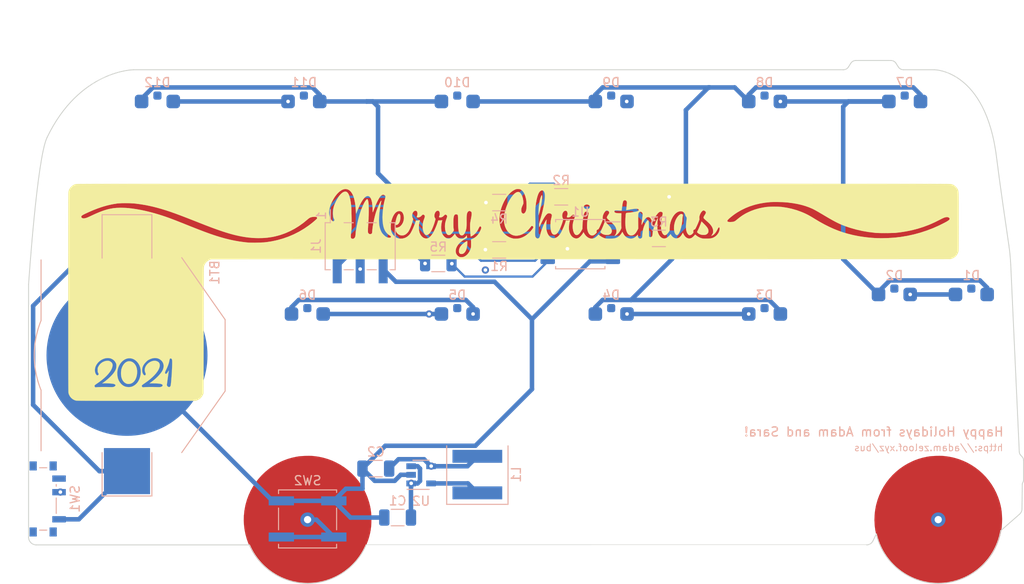
<source format=kicad_pcb>
(kicad_pcb (version 20171130) (host pcbnew "(5.1.10)-1")
  (layers (0 F.Cu signal) (1 In1.Cu signal) (2 In2.Cu signal) (31 B.Cu signal) (34 B.Paste user) (35 F.Paste user) (36 B.SilkS user) (37 F.SilkS user) (38 B.Mask user) (39 F.Mask user) (44 Edge.Cuts user))
  (net 0 "")
  (net 1 VCC)
  (net 2 GND)
  (net 3 SCK)
  (net 4 RST)
  (net 5 MISO)
  (net 6 "Net-(R3-Pad2)")
  (net 7 MOSI)
  (net 8 "Net-(R4-Pad2)")
  (net 9 "Net-(D1-Pad2)")
  (net 10 "Net-(D1-Pad1)")
  (net 11 "Net-(D10-Pad1)")
  (net 12 "Net-(D10-Pad2)")
  (net 13 +BATT)
  (net 14 "Net-(C1-Pad1)")
  (net 15 "Net-(L1-Pad1)")
  (module artwork:wheel (layer F.Cu) (at 158.6484 132.588)
    (fp_text reference G*** hide)
    (fp_text value LOGO hide)
    (fp_poly (pts (xy 0.410893 -7.042679) (xy 0.586747 -7.033844) (xy 0.650776 -7.028628) (xy 1.190526 -6.957419) (xy 1.717278 -6.846803) (xy 2.229372 -6.69816) (xy 2.72515 -6.51287) (xy 3.202951 -6.292311) (xy 3.661117 -6.037864) (xy 4.097987 -5.750908) (xy 4.511903 -5.432824) (xy 4.901205 -5.08499) (xy 5.264234 -4.708787) (xy 5.599329 -4.305594) (xy 5.904832 -3.876791) (xy 6.179083 -3.423757) (xy 6.420424 -2.947872) (xy 6.627193 -2.450516) (xy 6.797732 -1.933069) (xy 6.803408 -1.913267) (xy 6.895371 -1.5576) (xy 6.965177 -1.209538) (xy 7.014328 -0.857896) (xy 7.044322 -0.491491) (xy 7.056659 -0.099138) (xy 7.05713 -0.021166) (xy 7.048724 0.404941) (xy 7.020314 0.803402) (xy 6.970253 1.184717) (xy 6.896891 1.559388) (xy 6.79858 1.937915) (xy 6.700215 2.252502) (xy 6.510045 2.756273) (xy 6.283876 3.239487) (xy 6.023465 3.700738) (xy 5.730564 4.138621) (xy 5.406931 4.551729) (xy 5.054319 4.938658) (xy 4.674483 5.298003) (xy 4.269179 5.628356) (xy 3.840162 5.928314) (xy 3.389186 6.196471) (xy 2.918007 6.431421) (xy 2.428379 6.631758) (xy 1.922057 6.796078) (xy 1.400797 6.922975) (xy 0.866354 7.011042) (xy 0.739888 7.025859) (xy 0.600151 7.03784) (xy 0.431665 7.047334) (xy 0.245685 7.054137) (xy 0.053469 7.058047) (xy -0.133726 7.058863) (xy -0.304643 7.05638) (xy -0.448025 7.050396) (xy -0.483953 7.047891) (xy -1.038717 6.984673) (xy -1.575596 6.883245) (xy -2.095724 6.743214) (xy -2.600238 6.564189) (xy -3.090274 6.345779) (xy -3.566968 6.087591) (xy -3.926417 5.860916) (xy -4.36427 5.542469) (xy -4.772132 5.195424) (xy -5.149206 4.82184) (xy -5.494696 4.423776) (xy -5.807805 4.003289) (xy -6.087737 3.562439) (xy -6.333693 3.103285) (xy -6.544879 2.627885) (xy -6.720496 2.138299) (xy -6.859748 1.636583) (xy -6.961839 1.124798) (xy -7.025971 0.605002) (xy -7.051347 0.079253) (xy -7.037173 -0.450389) (xy -6.98265 -0.981866) (xy -6.88698 -1.51312) (xy -6.846964 -1.685108) (xy -6.697531 -2.205898) (xy -6.510097 -2.709742) (xy -6.286157 -3.194933) (xy -6.027206 -3.659764) (xy -5.734738 -4.102527) (xy -5.41025 -4.521515) (xy -5.055235 -4.915021) (xy -4.671188 -5.281335) (xy -4.259605 -5.618753) (xy -3.821981 -5.925564) (xy -3.35981 -6.200063) (xy -2.874586 -6.440542) (xy -2.57175 -6.568287) (xy -2.146573 -6.72089) (xy -1.714431 -6.844521) (xy -1.263631 -6.942299) (xy -1.005417 -6.985892) (xy -0.851617 -7.004951) (xy -0.665358 -7.020782) (xy -0.456409 -7.033131) (xy -0.23454 -7.041748) (xy -0.00952 -7.046379) (xy 0.208881 -7.046774) (xy 0.410893 -7.042679)) (layer F.Cu) (width 0.01))
  )
  (module artwork:wheel (layer F.Cu) (at 88.9254 132.588)
    (fp_text reference G*** hide)
    (fp_text value LOGO hide)
    (fp_poly (pts (xy 0.410893 -7.042679) (xy 0.586747 -7.033844) (xy 0.650776 -7.028628) (xy 1.190526 -6.957419) (xy 1.717278 -6.846803) (xy 2.229372 -6.69816) (xy 2.72515 -6.51287) (xy 3.202951 -6.292311) (xy 3.661117 -6.037864) (xy 4.097987 -5.750908) (xy 4.511903 -5.432824) (xy 4.901205 -5.08499) (xy 5.264234 -4.708787) (xy 5.599329 -4.305594) (xy 5.904832 -3.876791) (xy 6.179083 -3.423757) (xy 6.420424 -2.947872) (xy 6.627193 -2.450516) (xy 6.797732 -1.933069) (xy 6.803408 -1.913267) (xy 6.895371 -1.5576) (xy 6.965177 -1.209538) (xy 7.014328 -0.857896) (xy 7.044322 -0.491491) (xy 7.056659 -0.099138) (xy 7.05713 -0.021166) (xy 7.048724 0.404941) (xy 7.020314 0.803402) (xy 6.970253 1.184717) (xy 6.896891 1.559388) (xy 6.79858 1.937915) (xy 6.700215 2.252502) (xy 6.510045 2.756273) (xy 6.283876 3.239487) (xy 6.023465 3.700738) (xy 5.730564 4.138621) (xy 5.406931 4.551729) (xy 5.054319 4.938658) (xy 4.674483 5.298003) (xy 4.269179 5.628356) (xy 3.840162 5.928314) (xy 3.389186 6.196471) (xy 2.918007 6.431421) (xy 2.428379 6.631758) (xy 1.922057 6.796078) (xy 1.400797 6.922975) (xy 0.866354 7.011042) (xy 0.739888 7.025859) (xy 0.600151 7.03784) (xy 0.431665 7.047334) (xy 0.245685 7.054137) (xy 0.053469 7.058047) (xy -0.133726 7.058863) (xy -0.304643 7.05638) (xy -0.448025 7.050396) (xy -0.483953 7.047891) (xy -1.038717 6.984673) (xy -1.575596 6.883245) (xy -2.095724 6.743214) (xy -2.600238 6.564189) (xy -3.090274 6.345779) (xy -3.566968 6.087591) (xy -3.926417 5.860916) (xy -4.36427 5.542469) (xy -4.772132 5.195424) (xy -5.149206 4.82184) (xy -5.494696 4.423776) (xy -5.807805 4.003289) (xy -6.087737 3.562439) (xy -6.333693 3.103285) (xy -6.544879 2.627885) (xy -6.720496 2.138299) (xy -6.859748 1.636583) (xy -6.961839 1.124798) (xy -7.025971 0.605002) (xy -7.051347 0.079253) (xy -7.037173 -0.450389) (xy -6.98265 -0.981866) (xy -6.88698 -1.51312) (xy -6.846964 -1.685108) (xy -6.697531 -2.205898) (xy -6.510097 -2.709742) (xy -6.286157 -3.194933) (xy -6.027206 -3.659764) (xy -5.734738 -4.102527) (xy -5.41025 -4.521515) (xy -5.055235 -4.915021) (xy -4.671188 -5.281335) (xy -4.259605 -5.618753) (xy -3.821981 -5.925564) (xy -3.35981 -6.200063) (xy -2.874586 -6.440542) (xy -2.57175 -6.568287) (xy -2.146573 -6.72089) (xy -1.714431 -6.844521) (xy -1.263631 -6.942299) (xy -1.005417 -6.985892) (xy -0.851617 -7.004951) (xy -0.665358 -7.020782) (xy -0.456409 -7.033131) (xy -0.23454 -7.041748) (xy -0.00952 -7.046379) (xy 0.208881 -7.046774) (xy 0.410893 -7.042679)) (layer F.Cu) (width 0.01))
  )
  (module artwork:mask_front_additional (layer F.Cu) (at 113.0554 110.7186)
    (fp_text reference G*** hide)
    (fp_text value LOGO hide)
    (fp_poly (pts (xy -43.748258 -13.129672) (xy -43.205629 -13.086892) (xy -42.639562 -13.016562) (xy -42.053864 -12.919289) (xy -41.452345 -12.795683) (xy -40.838813 -12.646351) (xy -40.409756 -12.528428) (xy -40.207619 -12.469427) (xy -40.00733 -12.409096) (xy -39.806048 -12.346403) (xy -39.60093 -12.280316) (xy -39.389135 -12.209802) (xy -39.16782 -12.133828) (xy -38.934142 -12.051363) (xy -38.685261 -11.961375) (xy -38.418334 -11.86283) (xy -38.130518 -11.754697) (xy -37.818972 -11.635943) (xy -37.480854 -11.505536) (xy -37.113321 -11.362443) (xy -36.713531 -11.205633) (xy -36.278643 -11.034073) (xy -36.089167 -10.959085) (xy -35.616216 -10.77311) (xy -35.178367 -10.603836) (xy -34.772347 -10.450096) (xy -34.394881 -10.31072) (xy -34.042695 -10.184541) (xy -33.712515 -10.07039) (xy -33.401066 -9.967098) (xy -33.105076 -9.873497) (xy -32.821269 -9.788419) (xy -32.755417 -9.769372) (xy -32.102723 -9.596626) (xy -31.471273 -9.459649) (xy -30.859717 -9.358416) (xy -30.2667 -9.292898) (xy -29.690872 -9.263068) (xy -29.13088 -9.268898) (xy -28.585372 -9.310361) (xy -28.052995 -9.38743) (xy -27.532397 -9.500077) (xy -27.022226 -9.648274) (xy -27.008667 -9.65274) (xy -26.484984 -9.847746) (xy -25.971335 -10.082955) (xy -25.470207 -10.356916) (xy -24.984088 -10.668178) (xy -24.515462 -11.015289) (xy -24.152392 -11.319973) (xy -24.070029 -11.389273) (xy -23.988537 -11.451541) (xy -23.918895 -11.498699) (xy -23.882023 -11.518865) (xy -23.765091 -11.560337) (xy -23.63055 -11.591652) (xy -23.489423 -11.611781) (xy -23.352731 -11.61969) (xy -23.231495 -11.614348) (xy -23.136738 -11.594724) (xy -23.123904 -11.589831) (xy -23.074066 -11.563026) (xy -23.053661 -11.529078) (xy -23.0505 -11.490073) (xy -23.056869 -11.453915) (xy -23.078177 -11.412212) (xy -23.117725 -11.36146) (xy -23.178815 -11.298156) (xy -23.264748 -11.218795) (xy -23.378827 -11.119874) (xy -23.477729 -11.03667) (xy -23.983176 -10.64235) (xy -24.511577 -10.282881) (xy -25.060965 -9.958891) (xy -25.629375 -9.671011) (xy -26.21484 -9.419869) (xy -26.815391 -9.206096) (xy -27.429064 -9.030321) (xy -28.053891 -8.893173) (xy -28.687905 -8.795282) (xy -29.32914 -8.737278) (xy -29.975629 -8.71979) (xy -30.625405 -8.743447) (xy -30.63875 -8.744367) (xy -31.24227 -8.802684) (xy -31.868784 -8.895249) (xy -32.518552 -9.022121) (xy -33.191834 -9.183359) (xy -33.888889 -9.379024) (xy -34.609978 -9.609174) (xy -34.9885 -9.740357) (xy -35.160045 -9.801697) (xy -35.327687 -9.862428) (xy -35.49546 -9.924108) (xy -35.6674 -9.988292) (xy -35.847544 -10.056536) (xy -36.039928 -10.130395) (xy -36.248586 -10.211426) (xy -36.477554 -10.301184) (xy -36.730869 -10.401224) (xy -37.012566 -10.513104) (xy -37.326681 -10.638377) (xy -37.56025 -10.731766) (xy -37.899294 -10.867164) (xy -38.203329 -10.987937) (xy -38.476472 -11.095631) (xy -38.722837 -11.191794) (xy -38.946539 -11.277971) (xy -39.151694 -11.35571) (xy -39.342415 -11.426557) (xy -39.522819 -11.492059) (xy -39.697019 -11.553763) (xy -39.869132 -11.613215) (xy -40.043272 -11.671961) (xy -40.197228 -11.722914) (xy -40.772711 -11.90446) (xy -41.323532 -12.062394) (xy -41.858697 -12.198762) (xy -42.387213 -12.315613) (xy -42.918089 -12.414994) (xy -43.460331 -12.498951) (xy -43.815 -12.545232) (xy -43.964928 -12.559808) (xy -44.14318 -12.571131) (xy -44.341866 -12.579202) (xy -44.553092 -12.584017) (xy -44.768965 -12.585577) (xy -44.981593 -12.58388) (xy -45.183084 -12.578924) (xy -45.365545 -12.570709) (xy -45.521083 -12.559232) (xy -45.635334 -12.545525) (xy -45.928075 -12.492571) (xy -46.220301 -12.424657) (xy -46.517573 -12.339907) (xy -46.825452 -12.236445) (xy -47.1495 -12.112394) (xy -47.495278 -11.965879) (xy -47.868349 -11.795022) (xy -47.889584 -11.78497) (xy -48.0248 -11.721163) (xy -48.155057 -11.660251) (xy -48.272844 -11.605704) (xy -48.370649 -11.560993) (xy -48.440962 -11.529588) (xy -48.460684 -11.521118) (xy -48.579336 -11.478244) (xy -48.703805 -11.444914) (xy -48.821744 -11.423608) (xy -48.920802 -11.416803) (xy -48.963416 -11.420248) (xy -49.048075 -11.44816) (xy -49.116961 -11.496069) (xy -49.160287 -11.555485) (xy -49.170167 -11.599591) (xy -49.159834 -11.656017) (xy -49.126206 -11.71031) (xy -49.06534 -11.765816) (xy -48.973292 -11.825877) (xy -48.846119 -11.89384) (xy -48.791832 -11.920474) (xy -48.216607 -12.186401) (xy -47.663587 -12.418404) (xy -47.130496 -12.617096) (xy -46.615062 -12.783093) (xy -46.11501 -12.917009) (xy -45.628066 -13.019458) (xy -45.151958 -13.091055) (xy -44.68441 -13.132414) (xy -44.263639 -13.144291) (xy -43.748258 -13.129672)) (layer F.Cu) (width 0.01))
    (fp_poly (pts (xy -19.728393 -14.654018) (xy -19.606668 -14.604488) (xy -19.460344 -14.509244) (xy -19.327194 -14.374564) (xy -19.207533 -14.201341) (xy -19.101675 -13.990473) (xy -19.009933 -13.742853) (xy -18.932622 -13.459378) (xy -18.870057 -13.140944) (xy -18.822551 -12.788445) (xy -18.790418 -12.402777) (xy -18.782659 -12.255661) (xy -18.768483 -11.94151) (xy -18.622891 -12.30488) (xy -18.479062 -12.647657) (xy -18.338667 -12.949567) (xy -18.201819 -13.21045) (xy -18.068631 -13.430145) (xy -17.939218 -13.608492) (xy -17.813692 -13.74533) (xy -17.692169 -13.840498) (xy -17.574761 -13.893837) (xy -17.487908 -13.906302) (xy -17.376226 -13.889355) (xy -17.277783 -13.837486) (xy -17.192278 -13.749926) (xy -17.119409 -13.625908) (xy -17.058874 -13.464663) (xy -17.010373 -13.265423) (xy -16.973603 -13.027421) (xy -16.948263 -12.749887) (xy -16.936079 -12.500719) (xy -16.92275 -12.100354) (xy -16.809434 -12.405469) (xy -16.688007 -12.718985) (xy -16.567008 -13.005117) (xy -16.447586 -13.261732) (xy -16.330893 -13.486698) (xy -16.218077 -13.677882) (xy -16.110289 -13.833154) (xy -16.008678 -13.95038) (xy -15.946775 -14.004946) (xy -15.850744 -14.055111) (xy -15.752231 -14.065531) (xy -15.658121 -14.037745) (xy -15.5753 -13.973293) (xy -15.530424 -13.911857) (xy -15.517352 -13.889888) (xy -15.508216 -13.870513) (xy -15.503881 -13.847972) (xy -15.505214 -13.816504) (xy -15.513078 -13.770349) (xy -15.528341 -13.703747) (xy -15.551868 -13.610936) (xy -15.584523 -13.486156) (xy -15.607558 -13.3985) (xy -15.657506 -13.192852) (xy -15.70323 -12.970966) (xy -15.746287 -12.724528) (xy -15.788236 -12.445223) (xy -15.794021 -12.403667) (xy -15.803842 -12.304892) (xy -15.811653 -12.167123) (xy -15.817345 -11.993656) (xy -15.820806 -11.787787) (xy -15.821928 -11.567584) (xy -15.821734 -11.381762) (xy -15.820813 -11.231833) (xy -15.818806 -11.111355) (xy -15.815358 -11.01389) (xy -15.810111 -10.932997) (xy -15.802707 -10.862236) (xy -15.792789 -10.795168) (xy -15.779999 -10.725353) (xy -15.773347 -10.691988) (xy -15.703349 -10.416095) (xy -15.612329 -10.174835) (xy -15.500695 -9.968886) (xy -15.368859 -9.798924) (xy -15.217231 -9.66563) (xy -15.112831 -9.601365) (xy -15.006181 -9.539089) (xy -14.93796 -9.484133) (xy -14.905414 -9.434005) (xy -14.901658 -9.410186) (xy -14.919698 -9.344509) (xy -14.969221 -9.300551) (xy -15.045017 -9.278912) (xy -15.141877 -9.280196) (xy -15.254593 -9.305004) (xy -15.377956 -9.353939) (xy -15.379954 -9.354905) (xy -15.576631 -9.473424) (xy -15.748827 -9.626168) (xy -15.89629 -9.812647) (xy -16.018764 -10.032368) (xy -16.115996 -10.284843) (xy -16.187732 -10.569579) (xy -16.233718 -10.886085) (xy -16.245258 -11.027834) (xy -16.25045 -11.210994) (xy -16.245485 -11.428021) (xy -16.231054 -11.67186) (xy -16.207849 -11.935456) (xy -16.176559 -12.211757) (xy -16.137876 -12.493709) (xy -16.092491 -12.774256) (xy -16.05371 -12.98337) (xy -16.030296 -13.105245) (xy -16.010638 -13.213037) (xy -15.995921 -13.299781) (xy -15.987331 -13.358512) (xy -15.98589 -13.38192) (xy -15.999324 -13.380869) (xy -16.026275 -13.345311) (xy -16.064515 -13.280037) (xy -16.111817 -13.189836) (xy -16.165952 -13.0795) (xy -16.224694 -12.953818) (xy -16.285814 -12.81758) (xy -16.347084 -12.675577) (xy -16.406277 -12.532598) (xy -16.461165 -12.393433) (xy -16.509521 -12.262874) (xy -16.51946 -12.234635) (xy -16.577263 -12.055438) (xy -16.635866 -11.849621) (xy -16.693911 -11.62401) (xy -16.750036 -11.385433) (xy -16.802882 -11.140717) (xy -16.851088 -10.89669) (xy -16.893295 -10.660179) (xy -16.928143 -10.438012) (xy -16.954272 -10.237015) (xy -16.970321 -10.064017) (xy -16.975007 -9.947752) (xy -16.982414 -9.860839) (xy -17.001507 -9.795984) (xy -17.008702 -9.783589) (xy -17.065707 -9.728803) (xy -17.141407 -9.688306) (xy -17.212741 -9.673246) (xy -17.282111 -9.690333) (xy -17.354448 -9.734035) (xy -17.413364 -9.793316) (xy -17.429723 -9.819347) (xy -17.444287 -9.862323) (xy -17.454443 -9.928232) (xy -17.460167 -10.019787) (xy -17.461439 -10.139699) (xy -17.458235 -10.29068) (xy -17.450535 -10.475441) (xy -17.438316 -10.696695) (xy -17.421556 -10.957153) (xy -17.420349 -10.974917) (xy -17.407962 -11.181979) (xy -17.397622 -11.405982) (xy -17.389385 -11.64071) (xy -17.383308 -11.87995) (xy -17.379449 -12.117486) (xy -17.377864 -12.347104) (xy -17.378611 -12.56259) (xy -17.381746 -12.757729) (xy -17.387328 -12.926306) (xy -17.395411 -13.062107) (xy -17.400677 -13.118194) (xy -17.423914 -13.283986) (xy -17.452213 -13.408337) (xy -17.485915 -13.491876) (xy -17.525363 -13.535231) (xy -17.570899 -13.539032) (xy -17.614816 -13.511481) (xy -17.681607 -13.436755) (xy -17.757459 -13.326239) (xy -17.839992 -13.184901) (xy -17.926823 -13.017708) (xy -18.015571 -12.829628) (xy -18.103854 -12.625628) (xy -18.189291 -12.410675) (xy -18.269501 -12.189738) (xy -18.317614 -12.045557) (xy -18.381857 -11.835521) (xy -18.445952 -11.606728) (xy -18.508693 -11.364992) (xy -18.568872 -11.116124) (xy -18.625281 -10.865939) (xy -18.676711 -10.620248) (xy -18.721956 -10.384866) (xy -18.759806 -10.165604) (xy -18.789055 -9.968276) (xy -18.808494 -9.798696) (xy -18.816916 -9.662675) (xy -18.817171 -9.641417) (xy -18.825555 -9.507736) (xy -18.85286 -9.402271) (xy -18.903143 -9.313603) (xy -18.954402 -9.255195) (xy -19.012117 -9.202293) (xy -19.058393 -9.175154) (xy -19.107866 -9.166189) (xy -19.12659 -9.165917) (xy -19.195049 -9.173749) (xy -19.253899 -9.191913) (xy -19.259337 -9.194705) (xy -19.306993 -9.231864) (xy -19.340315 -9.285336) (xy -19.359727 -9.359506) (xy -19.365653 -9.458761) (xy -19.358518 -9.587486) (xy -19.338746 -9.750067) (xy -19.323027 -9.853084) (xy -19.30611 -9.987794) (xy -19.292115 -10.159159) (xy -19.281016 -10.361601) (xy -19.272789 -10.589546) (xy -19.267409 -10.837416) (xy -19.264851 -11.099634) (xy -19.26509 -11.370626) (xy -19.268101 -11.644814) (xy -19.273859 -11.916622) (xy -19.282339 -12.180474) (xy -19.293517 -12.430793) (xy -19.307367 -12.662003) (xy -19.323864 -12.868528) (xy -19.33708 -12.996334) (xy -19.380197 -13.311109) (xy -19.431946 -13.586344) (xy -19.492206 -13.821694) (xy -19.560858 -14.016818) (xy -19.63778 -14.171371) (xy -19.722854 -14.285011) (xy -19.812 -14.355249) (xy -19.906671 -14.384399) (xy -20.019899 -14.380928) (xy -20.144013 -14.345445) (xy -20.188989 -14.325388) (xy -20.302336 -14.253224) (xy -20.424136 -14.145234) (xy -20.550664 -14.006136) (xy -20.678194 -13.840646) (xy -20.803001 -13.653483) (xy -20.921357 -13.449363) (xy -20.99627 -13.30325) (xy -21.085087 -13.111658) (xy -21.154272 -12.939907) (xy -21.208895 -12.773461) (xy -21.254026 -12.597781) (xy -21.27307 -12.5095) (xy -21.291288 -12.413698) (xy -21.303405 -12.328106) (xy -21.31018 -12.240898) (xy -21.312369 -12.140249) (xy -21.310732 -12.014332) (xy -21.309014 -11.948584) (xy -21.301217 -11.775395) (xy -21.287766 -11.636594) (xy -21.267036 -11.524425) (xy -21.237399 -11.431135) (xy -21.19723 -11.348969) (xy -21.176109 -11.314812) (xy -21.152375 -11.265774) (xy -21.157164 -11.221559) (xy -21.163679 -11.205856) (xy -21.203653 -11.157884) (xy -21.26538 -11.120957) (xy -21.33043 -11.104413) (xy -21.359028 -11.106854) (xy -21.400751 -11.133746) (xy -21.454038 -11.191402) (xy -21.513091 -11.271976) (xy -21.572114 -11.367624) (xy -21.6212 -11.46175) (xy -21.705428 -11.685853) (xy -21.751459 -11.923303) (xy -21.759218 -12.17477) (xy -21.728634 -12.440925) (xy -21.659632 -12.722439) (xy -21.55214 -13.019982) (xy -21.419876 -13.307094) (xy -21.286859 -13.555781) (xy -21.15379 -13.772111) (xy -21.014038 -13.965547) (xy -20.860972 -14.145551) (xy -20.754607 -14.256428) (xy -20.570916 -14.423547) (xy -20.394348 -14.5497) (xy -20.223359 -14.635354) (xy -20.056401 -14.68098) (xy -19.891928 -14.687045) (xy -19.728393 -14.654018)) (layer F.Cu) (width 0.01))
    (fp_poly (pts (xy -12.140439 -12.288051) (xy -12.066379 -12.243045) (xy -12.007887 -12.164257) (xy -11.983553 -12.088531) (xy -11.972286 -11.989317) (xy -11.974032 -11.883379) (xy -11.988738 -11.787477) (xy -12.009278 -11.73022) (xy -12.032721 -11.667321) (xy -12.040217 -11.607956) (xy -12.039812 -11.60322) (xy -12.021241 -11.55997) (xy -11.976112 -11.540113) (xy -11.901213 -11.543188) (xy -11.795085 -11.568223) (xy -11.720165 -11.595406) (xy -11.654629 -11.63406) (xy -11.58424 -11.693414) (xy -11.548453 -11.728076) (xy -11.485804 -11.787387) (xy -11.430349 -11.834659) (xy -11.391773 -11.861783) (xy -11.385262 -11.86468) (xy -11.334206 -11.862551) (xy -11.271702 -11.836113) (xy -11.213576 -11.793434) (xy -11.187869 -11.764078) (xy -11.164277 -11.71642) (xy -11.157459 -11.658949) (xy -11.168235 -11.584122) (xy -11.19742 -11.48439) (xy -11.227196 -11.401179) (xy -11.287999 -11.232358) (xy -11.332717 -11.090331) (xy -11.36357 -10.963719) (xy -11.382777 -10.841147) (xy -11.392559 -10.711237) (xy -11.395137 -10.562612) (xy -11.395057 -10.541) (xy -11.392743 -10.399203) (xy -11.386832 -10.288121) (xy -11.37618 -10.196207) (xy -11.359646 -10.111913) (xy -11.348067 -10.066235) (xy -11.289371 -9.890975) (xy -11.219726 -9.756029) (xy -11.140595 -9.661239) (xy -11.053441 -9.606447) (xy -10.959726 -9.591494) (xy -10.860913 -9.616222) (xy -10.758465 -9.680474) (xy -10.653845 -9.784089) (xy -10.548515 -9.926911) (xy -10.443939 -10.10878) (xy -10.414695 -10.167289) (xy -10.296666 -10.426576) (xy -10.194257 -10.688162) (xy -10.101208 -10.968595) (xy -10.0635 -11.095677) (xy -9.990078 -11.350767) (xy -10.053873 -11.478431) (xy -10.093548 -11.569378) (xy -10.112873 -11.650788) (xy -10.117667 -11.739504) (xy -10.104453 -11.877945) (xy -10.067596 -12.004154) (xy -10.011276 -12.113353) (xy -9.939673 -12.200764) (xy -9.856966 -12.261607) (xy -9.767335 -12.291104) (xy -9.674958 -12.284475) (xy -9.648966 -12.27541) (xy -9.587191 -12.22839) (xy -9.541196 -12.150819) (xy -9.512711 -12.052082) (xy -9.503469 -11.941562) (xy -9.515201 -11.828645) (xy -9.547731 -11.72686) (xy -9.578238 -11.638285) (xy -9.576772 -11.577252) (xy -9.543253 -11.543467) (xy -9.496689 -11.535834) (xy -9.435881 -11.541998) (xy -9.357379 -11.557746) (xy -9.311884 -11.569847) (xy -9.244586 -11.594621) (xy -9.185208 -11.63005) (xy -9.121382 -11.684693) (xy -9.067222 -11.73918) (xy -9.006556 -11.799762) (xy -8.954969 -11.84633) (xy -8.92053 -11.871799) (xy -8.913084 -11.8745) (xy -8.839718 -11.856871) (xy -8.767292 -11.811623) (xy -8.713024 -11.750216) (xy -8.705564 -11.736379) (xy -8.686663 -11.692971) (xy -8.680369 -11.657617) (xy -8.687585 -11.615939) (xy -8.709213 -11.553562) (xy -8.718581 -11.528834) (xy -8.818646 -11.239293) (xy -8.888398 -10.973398) (xy -8.928412 -10.725845) (xy -8.939262 -10.49133) (xy -8.921521 -10.264549) (xy -8.878614 -10.051069) (xy -8.822041 -9.878812) (xy -8.753037 -9.746727) (xy -8.673212 -9.655051) (xy -8.584176 -9.604018) (xy -8.487538 -9.593865) (xy -8.38491 -9.624826) (xy -8.2779 -9.697137) (xy -8.16812 -9.811034) (xy -8.078251 -9.933969) (xy -7.964323 -10.107084) (xy -7.994669 -10.329334) (xy -8.005926 -10.440274) (xy -8.013651 -10.576493) (xy -8.017991 -10.730277) (xy -8.019093 -10.893917) (xy -8.017103 -11.059701) (xy -8.012167 -11.219918) (xy -8.004433 -11.366857) (xy -7.994046 -11.492805) (xy -7.981153 -11.590053) (xy -7.969767 -11.640026) (xy -7.944109 -11.712892) (xy -7.917455 -11.775226) (xy -7.903549 -11.800806) (xy -7.842133 -11.858676) (xy -7.758466 -11.889717) (xy -7.664858 -11.891545) (xy -7.577602 -11.863883) (xy -7.538415 -11.835911) (xy -7.510137 -11.794733) (xy -7.491675 -11.734637) (xy -7.481939 -11.649911) (xy -7.479836 -11.534843) (xy -7.484275 -11.383721) (xy -7.484562 -11.377084) (xy -7.487543 -11.251688) (xy -7.487193 -11.099745) (xy -7.4839 -10.930264) (xy -7.478051 -10.752256) (xy -7.470033 -10.574731) (xy -7.460234 -10.406701) (xy -7.449041 -10.257176) (xy -7.43684 -10.135165) (xy -7.428626 -10.075334) (xy -7.390528 -9.893602) (xy -7.341522 -9.752648) (xy -7.281633 -9.652535) (xy -7.26845 -9.637525) (xy -7.224941 -9.596344) (xy -7.183691 -9.575385) (xy -7.127231 -9.568008) (xy -7.083779 -9.567334) (xy -7.007901 -9.571001) (xy -6.955173 -9.586155) (xy -6.906738 -9.619025) (xy -6.893833 -9.630088) (xy -6.81277 -9.723633) (xy -6.738157 -9.853949) (xy -6.672136 -10.015695) (xy -6.616851 -10.203527) (xy -6.574447 -10.412105) (xy -6.570802 -10.435167) (xy -6.560352 -10.515614) (xy -6.553139 -10.603927) (xy -6.548994 -10.707048) (xy -6.547747 -10.831919) (xy -6.54923 -10.985481) (xy -6.553044 -11.165417) (xy -6.556914 -11.370847) (xy -6.556876 -11.540061) (xy -6.552297 -11.679052) (xy -6.542542 -11.793811) (xy -6.52698 -11.890329) (xy -6.504976 -11.974598) (xy -6.475897 -12.052609) (xy -6.454238 -12.100047) (xy -6.392995 -12.186698) (xy -6.315181 -12.238851) (xy -6.228788 -12.256486) (xy -6.141807 -12.239586) (xy -6.06223 -12.188132) (xy -5.998048 -12.102104) (xy -5.997539 -12.101123) (xy -5.978286 -12.030549) (xy -5.973681 -11.925222) (xy -5.98344 -11.790003) (xy -6.007279 -11.62975) (xy -6.032454 -11.504084) (xy -6.073374 -11.313715) (xy -6.104839 -11.154946) (xy -6.12784 -11.018354) (xy -6.14337 -10.894513) (xy -6.152421 -10.774002) (xy -6.155985 -10.647395) (xy -6.155054 -10.50527) (xy -6.151667 -10.371667) (xy -6.146341 -10.22491) (xy -6.139361 -10.074709) (xy -6.131173 -9.927272) (xy -6.12222 -9.788806) (xy -6.112947 -9.66552) (xy -6.103799 -9.563622) (xy -6.09522 -9.489319) (xy -6.087655 -9.448821) (xy -6.085209 -9.443653) (xy -6.061726 -9.44741) (xy -6.012135 -9.470509) (xy -5.944928 -9.507902) (xy -5.868596 -9.554543) (xy -5.791633 -9.605384) (xy -5.72253 -9.655376) (xy -5.702639 -9.671037) (xy -5.601299 -9.76183) (xy -5.508863 -9.864999) (xy -5.419857 -9.987963) (xy -5.328806 -10.138138) (xy -5.250099 -10.284239) (xy -5.193571 -10.391735) (xy -5.151268 -10.466841) (xy -5.119094 -10.515334) (xy -5.092957 -10.542988) (xy -5.068761 -10.555579) (xy -5.055998 -10.558044) (xy -4.999133 -10.545375) (xy -4.9503 -10.501054) (xy -4.918315 -10.435755) (xy -4.910667 -10.382083) (xy -4.921001 -10.331899) (xy -4.949354 -10.253574) (xy -4.991752 -10.15514) (xy -5.044222 -10.044628) (xy -5.102789 -9.930069) (xy -5.163481 -9.819495) (xy -5.222324 -9.720938) (xy -5.275343 -9.642428) (xy -5.279111 -9.63739) (xy -5.442262 -9.456021) (xy -5.634301 -9.304947) (xy -5.852707 -9.186088) (xy -5.89859 -9.16665) (xy -6.043084 -9.108116) (xy -6.043257 -8.665683) (xy -6.043459 -8.517833) (xy -6.044465 -8.404728) (xy -6.047071 -8.318778) (xy -6.052074 -8.252396) (xy -6.060268 -8.197992) (xy -6.07245 -8.147977) (xy -6.089417 -8.094764) (xy -6.108976 -8.039153) (xy -6.205825 -7.813688) (xy -6.325576 -7.613635) (xy -6.464994 -7.443042) (xy -6.620842 -7.30596) (xy -6.764983 -7.218236) (xy -6.853449 -7.178288) (xy -6.929503 -7.155158) (xy -7.013951 -7.143695) (xy -7.08025 -7.140165) (xy -7.218643 -7.142572) (xy -7.323111 -7.161569) (xy -7.339895 -7.167223) (xy -7.437046 -7.218869) (xy -7.536411 -7.298229) (xy -7.625538 -7.393304) (xy -7.691978 -7.492094) (xy -7.704926 -7.519033) (xy -7.754265 -7.685728) (xy -7.759275 -7.777416) (xy -7.385602 -7.777416) (xy -7.382613 -7.717382) (xy -7.371338 -7.673672) (xy -7.349598 -7.633373) (xy -7.340908 -7.620309) (xy -7.264661 -7.540413) (xy -7.172368 -7.499227) (xy -7.066174 -7.497237) (xy -6.95325 -7.532604) (xy -6.874143 -7.582903) (xy -6.78959 -7.659429) (xy -6.711561 -7.749821) (xy -6.652028 -7.841722) (xy -6.649976 -7.845694) (xy -6.60149 -7.96108) (xy -6.557212 -8.104428) (xy -6.521048 -8.261369) (xy -6.498634 -8.402612) (xy -6.486749 -8.522295) (xy -6.479813 -8.637973) (xy -6.477827 -8.741698) (xy -6.480797 -8.825519) (xy -6.488724 -8.881489) (xy -6.498423 -8.900742) (xy -6.534053 -8.900048) (xy -6.594002 -8.874514) (xy -6.672088 -8.828654) (xy -6.762128 -8.766985) (xy -6.857941 -8.694023) (xy -6.953346 -8.614285) (xy -7.04216 -8.532286) (xy -7.118202 -8.452543) (xy -7.128917 -8.440123) (xy -7.241648 -8.29128) (xy -7.318997 -8.149381) (xy -7.364864 -8.005602) (xy -7.382485 -7.866688) (xy -7.385602 -7.777416) (xy -7.759275 -7.777416) (xy -7.763935 -7.862665) (xy -7.734583 -8.047174) (xy -7.666855 -8.236582) (xy -7.561397 -8.428217) (xy -7.446893 -8.58555) (xy -7.315741 -8.727892) (xy -7.15389 -8.87217) (xy -6.971773 -9.010293) (xy -6.779819 -9.134172) (xy -6.642675 -9.209347) (xy -6.519334 -9.27161) (xy -6.520004 -9.41418) (xy -6.520675 -9.55675) (xy -6.566483 -9.49325) (xy -6.686663 -9.356525) (xy -6.821233 -9.257177) (xy -6.96684 -9.196241) (xy -7.120131 -9.174747) (xy -7.277754 -9.193728) (xy -7.400087 -9.23663) (xy -7.539411 -9.320784) (xy -7.665806 -9.437646) (xy -7.769343 -9.577697) (xy -7.785699 -9.606304) (xy -7.847392 -9.719357) (xy -7.942536 -9.59572) (xy -8.078919 -9.43671) (xy -8.21258 -9.318935) (xy -8.345616 -9.241571) (xy -8.480126 -9.203797) (xy -8.618207 -9.204789) (xy -8.761957 -9.243724) (xy -8.799525 -9.259514) (xy -8.941594 -9.345405) (xy -9.070146 -9.467055) (xy -9.18103 -9.618942) (xy -9.270096 -9.795542) (xy -9.325008 -9.958917) (xy -9.356877 -10.128399) (xy -9.371835 -10.324384) (xy -9.370263 -10.534733) (xy -9.35254 -10.747306) (xy -9.319047 -10.949966) (xy -9.290349 -11.065942) (xy -9.271173 -11.135732) (xy -9.258656 -11.186687) (xy -9.255421 -11.208102) (xy -9.255503 -11.208181) (xy -9.277315 -11.208648) (xy -9.33225 -11.207359) (xy -9.411145 -11.204575) (xy -9.474798 -11.201918) (xy -9.689179 -11.192451) (xy -9.735557 -11.030767) (xy -9.788819 -10.863875) (xy -9.857085 -10.678952) (xy -9.936627 -10.484027) (xy -10.023722 -10.287128) (xy -10.114641 -10.09628) (xy -10.205659 -9.919512) (xy -10.293051 -9.764851) (xy -10.373089 -9.640325) (xy -10.394861 -9.610374) (xy -10.526489 -9.452429) (xy -10.65421 -9.334418) (xy -10.780861 -9.254483) (xy -10.909282 -9.210766) (xy -11.020543 -9.200672) (xy -11.177872 -9.223396) (xy -11.32492 -9.28509) (xy -11.459051 -9.383088) (xy -11.577632 -9.514724) (xy -11.678029 -9.67733) (xy -11.757609 -9.868242) (xy -11.790469 -9.980084) (xy -11.823811 -10.167936) (xy -11.836639 -10.380936) (xy -11.829384 -10.607439) (xy -11.802475 -10.835803) (xy -11.756341 -11.054385) (xy -11.749959 -11.077876) (xy -11.709511 -11.223168) (xy -11.786714 -11.2104) (xy -11.849364 -11.203616) (xy -11.934089 -11.198896) (xy -12.007456 -11.1974) (xy -12.098087 -11.193382) (xy -12.147931 -11.181589) (xy -12.158619 -11.170709) (xy -12.23127 -10.937216) (xy -12.314026 -10.703598) (xy -12.40426 -10.475444) (xy -12.49934 -10.258341) (xy -12.596638 -10.057878) (xy -12.693523 -9.879644) (xy -12.787366 -9.729226) (xy -12.875538 -9.612213) (xy -12.909394 -9.575236) (xy -13.078915 -9.42506) (xy -13.25483 -9.314323) (xy -13.443413 -9.240132) (xy -13.650939 -9.199592) (xy -13.739964 -9.192189) (xy -13.901231 -9.190006) (xy -14.039465 -9.205274) (xy -14.171471 -9.241125) (xy -14.308667 -9.298154) (xy -14.465119 -9.394003) (xy -14.605817 -9.524965) (xy -14.726878 -9.685518) (xy -14.824416 -9.870137) (xy -14.894548 -10.073302) (xy -14.914139 -10.158942) (xy -14.941766 -10.387516) (xy -14.941527 -10.636363) (xy -14.923187 -10.817939) (xy -14.423628 -10.817939) (xy -14.42229 -10.775842) (xy -14.413244 -10.75062) (xy -14.396585 -10.736102) (xy -14.38621 -10.731246) (xy -14.307575 -10.720774) (xy -14.218681 -10.745048) (xy -14.139334 -10.793547) (xy -14.064012 -10.872326) (xy -13.999744 -10.97757) (xy -13.947429 -11.102194) (xy -13.90797 -11.239112) (xy -13.882267 -11.381237) (xy -13.871222 -11.521484) (xy -13.875736 -11.652765) (xy -13.896709 -11.767996) (xy -13.935044 -11.860089) (xy -13.991641 -11.92196) (xy -13.995508 -11.924474) (xy -14.040123 -11.93044) (xy -14.089296 -11.89851) (xy -14.141169 -11.83263) (xy -14.193882 -11.736749) (xy -14.245576 -11.614812) (xy -14.294392 -11.470769) (xy -14.33847 -11.308567) (xy -14.375951 -11.132152) (xy -14.380455 -11.107173) (xy -14.402805 -10.977434) (xy -14.417165 -10.883079) (xy -14.423628 -10.817939) (xy -14.923187 -10.817939) (xy -14.915335 -10.895665) (xy -14.865103 -11.155609) (xy -14.792746 -11.406378) (xy -14.700175 -11.638157) (xy -14.589306 -11.84113) (xy -14.584836 -11.848025) (xy -14.469704 -11.999446) (xy -14.346602 -12.116439) (xy -14.219047 -12.198608) (xy -14.090552 -12.24556) (xy -13.964635 -12.256899) (xy -13.84481 -12.232229) (xy -13.734593 -12.171156) (xy -13.637499 -12.073285) (xy -13.568588 -11.962215) (xy -13.500712 -11.780836) (xy -13.46891 -11.583577) (xy -13.472949 -11.376327) (xy -13.512595 -11.164973) (xy -13.587615 -10.955405) (xy -13.61045 -10.906855) (xy -13.716705 -10.728634) (xy -13.84103 -10.587901) (xy -13.982774 -10.485143) (xy -14.141285 -10.420847) (xy -14.292792 -10.396549) (xy -14.365307 -10.391543) (xy -14.409783 -10.381645) (xy -14.430428 -10.35886) (xy -14.431452 -10.315189) (xy -14.417062 -10.242634) (xy -14.403695 -10.185792) (xy -14.357868 -10.035942) (xy -14.293198 -9.910017) (xy -14.200365 -9.790693) (xy -14.178309 -9.766846) (xy -14.065778 -9.666344) (xy -13.947339 -9.601068) (xy -13.812337 -9.566515) (xy -13.68425 -9.557959) (xy -13.54577 -9.567782) (xy -13.422493 -9.601838) (xy -13.305479 -9.664334) (xy -13.185788 -9.759476) (xy -13.118784 -9.823993) (xy -13.047597 -9.900391) (xy -12.989626 -9.974935) (xy -12.936365 -10.060246) (xy -12.879309 -10.168941) (xy -12.860793 -10.206731) (xy -12.773078 -10.400961) (xy -12.686379 -10.61705) (xy -12.606603 -10.838935) (xy -12.539657 -11.05055) (xy -12.508046 -11.166135) (xy -12.459578 -11.357352) (xy -12.514736 -11.473051) (xy -12.548222 -11.553779) (xy -12.574431 -11.63565) (xy -12.58373 -11.677753) (xy -12.585533 -11.799562) (xy -12.559226 -11.93123) (xy -12.509024 -12.055281) (xy -12.481585 -12.101268) (xy -12.398511 -12.201795) (xy -12.310979 -12.266831) (xy -12.223464 -12.295782) (xy -12.140439 -12.288051)) (layer F.Cu) (width 0.01))
    (fp_poly (pts (xy -0.664437 -14.668583) (xy -0.521393 -14.600621) (xy -0.390464 -14.495832) (xy -0.272633 -14.355716) (xy -0.168882 -14.181773) (xy -0.080192 -13.975504) (xy -0.007544 -13.738409) (xy 0.048078 -13.471989) (xy 0.085694 -13.177743) (xy 0.096361 -13.038667) (xy 0.101266 -12.830214) (xy 0.090367 -12.635069) (xy 0.064957 -12.457123) (xy 0.02633 -12.300268) (xy -0.02422 -12.168392) (xy -0.085398 -12.065387) (xy -0.155911 -11.995142) (xy -0.234464 -11.961549) (xy -0.262698 -11.959167) (xy -0.352712 -11.970642) (xy -0.415756 -12.008577) (xy -0.454291 -12.063467) (xy -0.505423 -12.205358) (xy -0.519165 -12.361948) (xy -0.495409 -12.5345) (xy -0.434045 -12.724276) (xy -0.388979 -12.826539) (xy -0.333142 -12.953417) (xy -0.297961 -13.062701) (xy -0.281679 -13.167893) (xy -0.282539 -13.2825) (xy -0.298785 -13.420025) (xy -0.305935 -13.464981) (xy -0.350042 -13.680537) (xy -0.406559 -13.872867) (xy -0.473602 -14.037513) (xy -0.549284 -14.170018) (xy -0.631719 -14.265922) (xy -0.651768 -14.28259) (xy -0.74873 -14.331912) (xy -0.861209 -14.348058) (xy -0.977155 -14.329974) (xy -1.01813 -14.31457) (xy -1.16242 -14.230986) (xy -1.308337 -14.109304) (xy -1.453757 -13.953594) (xy -1.596558 -13.767927) (xy -1.734614 -13.556371) (xy -1.865802 -13.322997) (xy -1.987998 -13.071873) (xy -2.099078 -12.807069) (xy -2.196918 -12.532655) (xy -2.279394 -12.252701) (xy -2.344383 -11.971276) (xy -2.389759 -11.692449) (xy -2.390747 -11.684556) (xy -2.412784 -11.37611) (xy -2.401985 -11.078566) (xy -2.359372 -10.795549) (xy -2.285965 -10.530687) (xy -2.182787 -10.287607) (xy -2.050857 -10.069937) (xy -1.891198 -9.881303) (xy -1.879952 -9.870199) (xy -1.702858 -9.724224) (xy -1.511839 -9.618028) (xy -1.307841 -9.551754) (xy -1.091813 -9.525547) (xy -0.864703 -9.539551) (xy -0.627457 -9.59391) (xy -0.460015 -9.654331) (xy -0.276528 -9.746137) (xy -0.086911 -9.870303) (xy 0.100106 -10.01955) (xy 0.275791 -10.186601) (xy 0.431412 -10.364176) (xy 0.497416 -10.452427) (xy 0.551049 -10.526154) (xy 0.589962 -10.571157) (xy 0.622229 -10.594387) (xy 0.655922 -10.602793) (xy 0.673003 -10.603584) (xy 0.737825 -10.588959) (xy 0.797008 -10.550707) (xy 0.837124 -10.499756) (xy 0.846666 -10.462305) (xy 0.83235 -10.414584) (xy 0.79263 -10.343266) (xy 0.732344 -10.254376) (xy 0.656333 -10.153938) (xy 0.569437 -10.047974) (xy 0.476496 -9.94251) (xy 0.38235 -9.843569) (xy 0.291839 -9.757174) (xy 0.253219 -9.72369) (xy 0.008093 -9.537981) (xy -0.235507 -9.392321) (xy -0.481663 -9.284802) (xy -0.734457 -9.213514) (xy -0.893894 -9.186974) (xy -1.005422 -9.174357) (xy -1.092631 -9.169023) (xy -1.172918 -9.17104) (xy -1.263677 -9.180476) (xy -1.322917 -9.188644) (xy -1.590981 -9.248378) (xy -1.845297 -9.347566) (xy -2.082728 -9.484678) (xy -2.300136 -9.658186) (xy -2.314941 -9.67205) (xy -2.494439 -9.87074) (xy -2.644393 -10.097788) (xy -2.763883 -10.350364) (xy -2.85199 -10.625638) (xy -2.907793 -10.920779) (xy -2.930374 -11.232956) (xy -2.920735 -11.536288) (xy -2.879975 -11.89597) (xy -2.815437 -12.234488) (xy -2.724124 -12.562445) (xy -2.603041 -12.890443) (xy -2.449191 -13.229086) (xy -2.433401 -13.260917) (xy -2.273685 -13.554591) (xy -2.102918 -13.819374) (xy -1.923079 -14.053318) (xy -1.736146 -14.254478) (xy -1.544098 -14.420906) (xy -1.348912 -14.550658) (xy -1.152567 -14.641785) (xy -0.982946 -14.688025) (xy -0.818615 -14.698218) (xy -0.664437 -14.668583)) (layer F.Cu) (width 0.01))
    (fp_poly (pts (xy 1.883333 -14.520789) (xy 1.964784 -14.461171) (xy 2.033617 -14.365606) (xy 2.0493 -14.33457) (xy 2.070374 -14.287686) (xy 2.085434 -14.245673) (xy 2.095455 -14.20027) (xy 2.101413 -14.143217) (xy 2.104281 -14.066254) (xy 2.105036 -13.961123) (xy 2.10482 -13.864167) (xy 2.093728 -13.589773) (xy 2.062229 -13.283089) (xy 2.010186 -12.943431) (xy 1.937462 -12.570119) (xy 1.843922 -12.16247) (xy 1.729426 -11.719802) (xy 1.59384 -11.241433) (xy 1.545989 -11.08075) (xy 1.512087 -10.965642) (xy 1.489678 -10.880533) (xy 1.477109 -10.815179) (xy 1.47273 -10.759337) (xy 1.474889 -10.702765) (xy 1.47872 -10.663451) (xy 1.488027 -10.590258) (xy 1.497414 -10.53538) (xy 1.504795 -10.510816) (xy 1.517446 -10.523466) (xy 1.541215 -10.566528) (xy 1.571317 -10.631184) (xy 1.576154 -10.642366) (xy 1.687876 -10.891586) (xy 1.801756 -11.123772) (xy 1.915717 -11.335643) (xy 2.027679 -11.523918) (xy 2.135567 -11.685315) (xy 2.237301 -11.816555) (xy 2.330806 -11.914357) (xy 2.414002 -11.975439) (xy 2.423388 -11.98024) (xy 2.530545 -12.011931) (xy 2.639577 -12.009334) (xy 2.740658 -11.975443) (xy 2.823961 -11.913253) (xy 2.871973 -11.843532) (xy 2.88645 -11.810218) (xy 2.893573 -11.779067) (xy 2.892426 -11.740978) (xy 2.882096 -11.686849) (xy 2.861665 -11.607579) (xy 2.840564 -11.531179) (xy 2.793738 -11.344072) (xy 2.761155 -11.164984) (xy 2.741062 -10.979899) (xy 2.731705 -10.774798) (xy 2.7305 -10.651444) (xy 2.738614 -10.401394) (xy 2.762647 -10.184836) (xy 2.802135 -10.002773) (xy 2.856613 -9.856212) (xy 2.925616 -9.746157) (xy 3.00868 -9.673614) (xy 3.10534 -9.639588) (xy 3.197203 -9.641592) (xy 3.297673 -9.675035) (xy 3.401817 -9.737296) (xy 3.495357 -9.818856) (xy 3.536705 -9.867941) (xy 3.601719 -9.968754) (xy 3.674153 -10.102707) (xy 3.750755 -10.261973) (xy 3.828277 -10.438726) (xy 3.903467 -10.625137) (xy 3.973074 -10.813382) (xy 4.03385 -10.995632) (xy 4.082542 -11.164061) (xy 4.09425 -11.210484) (xy 4.130806 -11.361383) (xy 4.071478 -11.475067) (xy 4.023074 -11.609931) (xy 4.008458 -11.755582) (xy 4.025979 -11.902139) (xy 4.073984 -12.039723) (xy 4.150823 -12.158456) (xy 4.192996 -12.20187) (xy 4.278941 -12.26579) (xy 4.358631 -12.293117) (xy 4.441064 -12.286747) (xy 4.449564 -12.284437) (xy 4.519668 -12.250434) (xy 4.568105 -12.191895) (xy 4.597662 -12.103592) (xy 4.611074 -11.981469) (xy 4.612598 -11.882687) (xy 4.605029 -11.809157) (xy 4.586083 -11.744352) (xy 4.574439 -11.716335) (xy 4.546828 -11.633159) (xy 4.550032 -11.576137) (xy 4.585083 -11.544614) (xy 4.653013 -11.537936) (xy 4.754855 -11.555449) (xy 4.806283 -11.569362) (xy 4.875907 -11.59491) (xy 4.93707 -11.631891) (xy 5.002953 -11.689269) (xy 5.044892 -11.73164) (xy 5.126857 -11.808835) (xy 5.194659 -11.851388) (xy 5.255357 -11.861286) (xy 5.316014 -11.840515) (xy 5.350685 -11.817658) (xy 5.392325 -11.783199) (xy 5.420283 -11.747821) (xy 5.434284 -11.705445) (xy 5.43405 -11.649995) (xy 5.419307 -11.575392) (xy 5.389778 -11.47556) (xy 5.345187 -11.344421) (xy 5.326828 -11.292417) (xy 5.263708 -11.099088) (xy 5.22116 -10.92805) (xy 5.196997 -10.7659) (xy 5.18903 -10.599234) (xy 5.192163 -10.46748) (xy 5.205983 -10.283798) (xy 5.230061 -10.129503) (xy 5.267147 -9.992321) (xy 5.319991 -9.859976) (xy 5.335732 -9.82673) (xy 5.408317 -9.707443) (xy 5.489469 -9.629519) (xy 5.578577 -9.592996) (xy 5.67503 -9.597913) (xy 5.778219 -9.644305) (xy 5.887531 -9.73221) (xy 5.942384 -9.789595) (xy 5.998393 -9.860845) (xy 6.06252 -9.955385) (xy 6.12489 -10.058181) (xy 6.155709 -10.114396) (xy 6.263848 -10.32118) (xy 6.251204 -10.500343) (xy 6.248223 -10.627452) (xy 6.253784 -10.78634) (xy 6.266762 -10.967573) (xy 6.286032 -11.161714) (xy 6.310468 -11.359328) (xy 6.338946 -11.550981) (xy 6.370341 -11.727236) (xy 6.403527 -11.878659) (xy 6.424939 -11.957358) (xy 6.473363 -12.072152) (xy 6.538058 -12.148329) (xy 6.619868 -12.186691) (xy 6.671163 -12.191968) (xy 6.768924 -12.179111) (xy 6.852933 -12.144322) (xy 6.912312 -12.09316) (xy 6.9308 -12.059284) (xy 6.93968 -11.993205) (xy 6.93124 -11.893483) (xy 6.923753 -11.847617) (xy 6.89011 -11.657913) (xy 6.863319 -11.502421) (xy 6.842247 -11.373779) (xy 6.825762 -11.264627) (xy 6.81273 -11.167602) (xy 6.802019 -11.075344) (xy 6.7962 -11.018866) (xy 6.777945 -10.739753) (xy 6.780202 -10.484377) (xy 6.802397 -10.254994) (xy 6.843954 -10.05386) (xy 6.904298 -9.883231) (xy 6.982853 -9.745364) (xy 7.079045 -9.642516) (xy 7.160267 -9.590751) (xy 7.274721 -9.553909) (xy 7.388919 -9.555649) (xy 7.505427 -9.596728) (xy 7.626809 -9.677901) (xy 7.709636 -9.752621) (xy 7.831023 -9.872289) (xy 7.825982 -9.915185) (xy 8.264642 -9.915185) (xy 8.265786 -9.905362) (xy 8.293225 -9.864215) (xy 8.347623 -9.812366) (xy 8.418379 -9.758643) (xy 8.494893 -9.711873) (xy 8.503526 -9.707368) (xy 8.630535 -9.658821) (xy 8.780756 -9.626989) (xy 8.938793 -9.613349) (xy 9.089251 -9.619374) (xy 9.198735 -9.640775) (xy 9.314853 -9.69567) (xy 9.406722 -9.780163) (xy 9.469433 -9.886762) (xy 9.498072 -10.007973) (xy 9.495723 -10.093854) (xy 9.477102 -10.185554) (xy 9.444272 -10.275106) (xy 9.393719 -10.367831) (xy 9.321929 -10.469049) (xy 9.225386 -10.584083) (xy 9.100576 -10.718252) (xy 9.046702 -10.773633) (xy 8.945097 -10.876854) (xy 8.868983 -10.952954) (xy 8.8143 -11.005127) (xy 8.776989 -11.036566) (xy 8.752991 -11.050465) (xy 8.738249 -11.050016) (xy 8.728701 -11.038414) (xy 8.723863 -11.027633) (xy 8.70873 -10.989964) (xy 8.681447 -10.921181) (xy 8.645295 -10.829592) (xy 8.603556 -10.723503) (xy 8.581768 -10.668) (xy 8.529779 -10.539578) (xy 8.472325 -10.404366) (xy 8.41571 -10.276822) (xy 8.366243 -10.171406) (xy 8.357238 -10.153203) (xy 8.307211 -10.047033) (xy 8.275793 -9.966196) (xy 8.264642 -9.915185) (xy 7.825982 -9.915185) (xy 7.817982 -9.983244) (xy 7.812341 -10.050797) (xy 7.818954 -10.09418) (xy 7.842984 -10.13096) (xy 7.869592 -10.15885) (xy 7.920195 -10.199372) (xy 7.967872 -10.221874) (xy 7.979595 -10.2235) (xy 8.000067 -10.229525) (xy 8.022914 -10.25103) (xy 8.051381 -10.293166) (xy 8.088715 -10.361083) (xy 8.138159 -10.45993) (xy 8.169667 -10.525125) (xy 8.230818 -10.655746) (xy 8.295426 -10.799077) (xy 8.356469 -10.939226) (xy 8.406926 -11.060299) (xy 8.414472 -11.07917) (xy 8.455673 -11.184492) (xy 8.482751 -11.259691) (xy 8.497693 -11.313793) (xy 8.502484 -11.355823) (xy 8.499112 -11.394807) (xy 8.491763 -11.430336) (xy 8.482685 -11.534393) (xy 8.496686 -11.653014) (xy 8.53018 -11.779373) (xy 8.579581 -11.906639) (xy 8.641304 -12.027984) (xy 8.711764 -12.136578) (xy 8.787374 -12.225594) (xy 8.86455 -12.288201) (xy 8.939706 -12.317572) (xy 8.958318 -12.318921) (xy 9.047517 -12.300053) (xy 9.130876 -12.250453) (xy 9.191794 -12.18033) (xy 9.195889 -12.172821) (xy 9.219928 -12.115453) (xy 9.226934 -12.061147) (xy 9.214645 -12.002104) (xy 9.180795 -11.930528) (xy 9.123123 -11.838621) (xy 9.081194 -11.777673) (xy 9.033784 -11.704139) (xy 8.994036 -11.632162) (xy 8.973175 -11.584232) (xy 8.963991 -11.550517) (xy 8.962747 -11.519451) (xy 8.972808 -11.486771) (xy 8.997539 -11.448214) (xy 9.040303 -11.399518) (xy 9.104465 -11.336419) (xy 9.19339 -11.254656) (xy 9.310441 -11.149964) (xy 9.328778 -11.133667) (xy 9.459369 -11.016564) (xy 9.562725 -10.920868) (xy 9.644162 -10.840923) (xy 9.708996 -10.771072) (xy 9.762543 -10.705659) (xy 9.810122 -10.639026) (xy 9.846031 -10.583334) (xy 9.949333 -10.3889) (xy 10.011847 -10.202768) (xy 10.033539 -10.025482) (xy 10.014373 -9.857584) (xy 9.954314 -9.699617) (xy 9.907874 -9.622975) (xy 9.874251 -9.570247) (xy 9.856707 -9.534759) (xy 9.857358 -9.525199) (xy 9.883547 -9.535112) (xy 9.93394 -9.560571) (xy 9.982264 -9.587351) (xy 10.107497 -9.678353) (xy 10.231012 -9.804236) (xy 10.346695 -9.957775) (xy 10.448434 -10.131747) (xy 10.456656 -10.148075) (xy 10.564086 -10.36425) (xy 10.539497 -10.606084) (xy 10.532868 -10.702745) (xy 10.52858 -10.832324) (xy 10.526521 -10.985475) (xy 10.526581 -11.152854) (xy 10.528645 -11.325115) (xy 10.532603 -11.492914) (xy 10.538341 -11.646906) (xy 10.545748 -11.777746) (xy 10.554712 -11.876089) (xy 10.554752 -11.876417) (xy 10.566724 -11.973583) (xy 10.309809 -11.987397) (xy 10.147352 -11.998868) (xy 10.021955 -12.014354) (xy 9.928444 -12.034933) (xy 9.861646 -12.061688) (xy 9.823106 -12.089058) (xy 9.787144 -12.14875) (xy 9.782065 -12.221118) (xy 9.808893 -12.288292) (xy 9.825736 -12.305683) (xy 9.850693 -12.317911) (xy 9.889399 -12.325219) (xy 9.94749 -12.32785) (xy 10.030602 -12.32605) (xy 10.144368 -12.32006) (xy 10.294424 -12.310125) (xy 10.301906 -12.309604) (xy 10.56023 -12.291592) (xy 10.580687 -12.342338) (xy 10.591491 -12.38427) (xy 10.604289 -12.456817) (xy 10.617205 -12.548436) (xy 10.625054 -12.615334) (xy 10.642468 -12.762747) (xy 10.66256 -12.909194) (xy 10.683866 -13.04564) (xy 10.704924 -13.163049) (xy 10.72427 -13.252389) (xy 10.733776 -13.286683) (xy 10.772069 -13.357172) (xy 10.832071 -13.416877) (xy 10.90049 -13.454585) (xy 10.94166 -13.462) (xy 11.024055 -13.442568) (xy 11.098583 -13.390789) (xy 11.153173 -13.316439) (xy 11.167855 -13.27879) (xy 11.176798 -13.237448) (xy 11.180836 -13.186748) (xy 11.179731 -13.119414) (xy 11.173245 -13.028174) (xy 11.161142 -12.905753) (xy 11.153354 -12.834558) (xy 11.136489 -12.681866) (xy 11.124467 -12.566119) (xy 11.117282 -12.482207) (xy 11.114932 -12.42502) (xy 11.117409 -12.38945) (xy 11.124709 -12.370385) (xy 11.136828 -12.362717) (xy 11.152893 -12.361334) (xy 11.186605 -12.365116) (xy 11.253961 -12.375575) (xy 11.347038 -12.391379) (xy 11.457911 -12.411196) (xy 11.539185 -12.42624) (xy 11.728413 -12.45867) (xy 11.905989 -12.483187) (xy 12.066318 -12.499381) (xy 12.203804 -12.506842) (xy 12.31285 -12.505162) (xy 12.387861 -12.493932) (xy 12.401362 -12.489288) (xy 12.461198 -12.444231) (xy 12.486391 -12.400138) (xy 12.497269 -12.351024) (xy 12.482549 -12.313834) (xy 12.45855 -12.287293) (xy 12.395669 -12.246009) (xy 12.291593 -12.20614) (xy 12.147446 -12.167929) (xy 11.96435 -12.131621) (xy 11.743429 -12.097457) (xy 11.485805 -12.065683) (xy 11.390178 -12.055481) (xy 11.28145 -12.043765) (xy 11.188608 -12.032757) (xy 11.119368 -12.023449) (xy 11.081446 -12.016834) (xy 11.076768 -12.015158) (xy 11.072053 -11.992158) (xy 11.06457 -11.933961) (xy 11.055093 -11.847557) (xy 11.044395 -11.739933) (xy 11.035072 -11.638701) (xy 11.020247 -11.42593) (xy 11.012252 -11.204776) (xy 11.010892 -10.98371) (xy 11.015971 -10.771199) (xy 11.027296 -10.575716) (xy 11.044671 -10.405729) (xy 11.066419 -10.276417) (xy 11.125116 -10.056558) (xy 11.197149 -9.8767) (xy 11.282803 -9.736572) (xy 11.382362 -9.635905) (xy 11.49611 -9.574429) (xy 11.624332 -9.551872) (xy 11.767311 -9.567966) (xy 11.802493 -9.577158) (xy 11.92007 -9.630874) (xy 12.037602 -9.722456) (xy 12.150913 -9.84764) (xy 12.255827 -10.00216) (xy 12.303929 -10.089279) (xy 12.403666 -10.283142) (xy 12.403666 -11.042624) (xy 12.404136 -11.268191) (xy 12.40581 -11.455777) (xy 12.409086 -11.609726) (xy 12.41436 -11.734383) (xy 12.422028 -11.834091) (xy 12.432489 -11.913195) (xy 12.446139 -11.97604) (xy 12.463374 -12.026969) (xy 12.484592 -12.070328) (xy 12.499823 -12.095165) (xy 12.56047 -12.152404) (xy 12.641607 -12.182922) (xy 12.718881 -12.181919) (xy 12.785276 -12.149648) (xy 12.849667 -12.089648) (xy 12.900138 -12.015347) (xy 12.923038 -11.951823) (xy 12.924509 -11.908633) (xy 12.920529 -11.831426) (xy 12.911769 -11.728072) (xy 12.898899 -11.606443) (xy 12.882589 -11.474409) (xy 12.881982 -11.469828) (xy 12.863763 -11.327958) (xy 12.846749 -11.186683) (xy 12.83214 -11.056644) (xy 12.821138 -10.948487) (xy 12.815381 -10.879667) (xy 12.803296 -10.69975) (xy 12.876065 -10.8585) (xy 12.988647 -11.084974) (xy 13.099581 -11.26938) (xy 13.209116 -11.411938) (xy 13.317501 -11.512873) (xy 13.424985 -11.572404) (xy 13.531816 -11.590756) (xy 13.638244 -11.568149) (xy 13.660276 -11.558359) (xy 13.757873 -11.48779) (xy 13.840733 -11.377677) (xy 13.908901 -11.227951) (xy 13.948364 -11.097721) (xy 13.971041 -11.008859) (xy 14.089055 -11.235305) (xy 14.210761 -11.45649) (xy 14.332096 -11.65329) (xy 14.451014 -11.823293) (xy 14.565466 -11.964086) (xy 14.673403 -12.073257) (xy 14.772779 -12.148392) (xy 14.861544 -12.187079) (xy 14.901169 -12.192) (xy 14.986677 -12.175206) (xy 15.065121 -12.131199) (xy 15.120233 -12.069542) (xy 15.124969 -12.060449) (xy 15.138113 -12.029446) (xy 15.144736 -11.998558) (xy 15.144047 -11.959429) (xy 15.135254 -11.9037) (xy 15.117566 -11.823013) (xy 15.092657 -11.71914) (xy 15.043427 -11.50552) (xy 15.007094 -11.318279) (xy 14.981988 -11.144047) (xy 14.966436 -10.969458) (xy 14.958764 -10.781141) (xy 14.957192 -10.63625) (xy 14.959135 -10.450162) (xy 14.966674 -10.297621) (xy 14.981256 -10.170046) (xy 15.004323 -10.058856) (xy 15.037322 -9.955468) (xy 15.081696 -9.851302) (xy 15.093469 -9.82673) (xy 15.166447 -9.707807) (xy 15.248496 -9.629876) (xy 15.338101 -9.592941) (xy 15.433747 -9.597007) (xy 15.533918 -9.642079) (xy 15.637101 -9.728159) (xy 15.719641 -9.825018) (xy 15.789483 -9.919091) (xy 15.837458 -9.991654) (xy 15.867651 -10.054639) (xy 15.884153 -10.119979) (xy 15.891048 -10.199606) (xy 15.891763 -10.254516) (xy 16.386107 -10.254516) (xy 16.407912 -10.051822) (xy 16.417329 -10.005429) (xy 16.448525 -9.884829) (xy 16.483081 -9.793969) (xy 16.526847 -9.720328) (xy 16.580021 -9.657292) (xy 16.645528 -9.60365) (xy 16.707109 -9.58914) (xy 16.770387 -9.614177) (xy 16.838496 -9.676412) (xy 16.912148 -9.778543) (xy 16.984069 -9.917329) (xy 17.052714 -10.087093) (xy 17.116534 -10.282157) (xy 17.173984 -10.496843) (xy 17.223518 -10.725475) (xy 17.263587 -10.962374) (xy 17.292646 -11.201862) (xy 17.307213 -11.396968) (xy 17.314168 -11.501723) (xy 17.323142 -11.595252) (xy 17.332946 -11.666991) (xy 17.341878 -11.705167) (xy 17.358422 -11.786672) (xy 17.33563 -11.853058) (xy 17.310714 -11.879792) (xy 17.241771 -11.913264) (xy 17.160436 -11.910632) (xy 17.070112 -11.875067) (xy 16.974199 -11.809743) (xy 16.876098 -11.717833) (xy 16.77921 -11.602509) (xy 16.686935 -11.466945) (xy 16.602674 -11.314313) (xy 16.531909 -11.153194) (xy 16.462704 -10.937369) (xy 16.414602 -10.708304) (xy 16.388703 -10.477015) (xy 16.386107 -10.254516) (xy 15.891763 -10.254516) (xy 15.892427 -10.305452) (xy 15.892403 -10.329334) (xy 15.91267 -10.649095) (xy 15.974195 -10.960294) (xy 16.076468 -11.261255) (xy 16.218977 -11.550302) (xy 16.30916 -11.695864) (xy 16.44918 -11.879149) (xy 16.600188 -12.025763) (xy 16.760128 -12.13429) (xy 16.926943 -12.203318) (xy 17.086966 -12.230855) (xy 17.237099 -12.221508) (xy 17.36676 -12.175227) (xy 17.475358 -12.092453) (xy 17.562304 -11.973624) (xy 17.623299 -11.830884) (xy 17.658637 -11.743617) (xy 17.706246 -11.652131) (xy 17.730873 -11.612834) (xy 17.769123 -11.551118) (xy 17.794653 -11.498981) (xy 17.801166 -11.474672) (xy 17.798196 -11.441904) (xy 17.790033 -11.375766) (xy 17.777795 -11.28475) (xy 17.762601 -11.177345) (xy 17.756151 -11.133089) (xy 17.727917 -10.898494) (xy 17.712608 -10.671883) (xy 17.710231 -10.460699) (xy 17.720792 -10.272382) (xy 17.744294 -10.114373) (xy 17.755346 -10.068465) (xy 17.813866 -9.891366) (xy 17.882096 -9.754431) (xy 17.959324 -9.65793) (xy 18.044835 -9.602134) (xy 18.137916 -9.587312) (xy 18.237852 -9.613736) (xy 18.343929 -9.681676) (xy 18.455434 -9.791403) (xy 18.463078 -9.800252) (xy 18.507993 -9.857789) (xy 18.525751 -9.896885) (xy 18.522727 -9.915172) (xy 18.944166 -9.915172) (xy 18.960529 -9.885961) (xy 19.003176 -9.842483) (xy 19.062443 -9.792831) (xy 19.128663 -9.745095) (xy 19.192174 -9.707367) (xy 19.192692 -9.707104) (xy 19.320372 -9.658588) (xy 19.470972 -9.62684) (xy 19.62914 -9.613323) (xy 19.779527 -9.619503) (xy 19.887902 -9.640775) (xy 20.000461 -9.694164) (xy 20.092821 -9.777258) (xy 20.156193 -9.881114) (xy 20.172424 -9.930256) (xy 20.183806 -10.060271) (xy 20.157868 -10.201895) (xy 20.095804 -10.349164) (xy 20.084389 -10.369738) (xy 20.055923 -10.410122) (xy 20.005937 -10.471609) (xy 19.939542 -10.548701) (xy 19.861855 -10.635901) (xy 19.777989 -10.727713) (xy 19.693059 -10.81864) (xy 19.612178 -10.903184) (xy 19.540461 -10.975849) (xy 19.483021 -11.031138) (xy 19.444974 -11.063555) (xy 19.433107 -11.069757) (xy 19.421733 -11.050841) (xy 19.399027 -10.999092) (xy 19.367875 -10.921552) (xy 19.331163 -10.825265) (xy 19.315108 -10.781821) (xy 19.262262 -10.644727) (xy 19.198428 -10.489961) (xy 19.132028 -10.337453) (xy 19.076983 -10.218486) (xy 19.029567 -10.1182) (xy 18.98963 -10.030258) (xy 18.960493 -9.962248) (xy 18.945478 -9.921754) (xy 18.944166 -9.915172) (xy 18.522727 -9.915172) (xy 18.520711 -9.927363) (xy 18.520036 -9.928655) (xy 18.497203 -10.010743) (xy 18.509726 -10.09195) (xy 18.552541 -10.161248) (xy 18.620579 -10.207612) (xy 18.652549 -10.217035) (xy 18.678694 -10.224881) (xy 18.702189 -10.240808) (xy 18.72693 -10.270657) (xy 18.756813 -10.320273) (xy 18.795733 -10.395497) (xy 18.847585 -10.502174) (xy 18.860133 -10.528391) (xy 18.920843 -10.658464) (xy 18.985071 -10.801205) (xy 19.045746 -10.940593) (xy 19.095793 -11.06061) (xy 19.102258 -11.076736) (xy 19.143284 -11.181051) (xy 19.170219 -11.255295) (xy 19.185018 -11.308573) (xy 19.189632 -11.349989) (xy 19.186014 -11.388649) (xy 19.177531 -11.427783) (xy 19.168052 -11.542511) (xy 19.186214 -11.676295) (xy 19.228512 -11.819521) (xy 19.291438 -11.962575) (xy 19.371487 -12.095843) (xy 19.46121 -12.205671) (xy 19.534852 -12.274421) (xy 19.59686 -12.310852) (xy 19.658666 -12.318139) (xy 19.731704 -12.29946) (xy 19.759299 -12.288524) (xy 19.829099 -12.24091) (xy 19.884674 -12.169702) (xy 19.915076 -12.090521) (xy 19.917754 -12.062425) (xy 19.906266 -12.019482) (xy 19.875196 -11.952851) (xy 19.829753 -11.87316) (xy 19.808828 -11.840175) (xy 19.732838 -11.718944) (xy 19.682316 -11.625853) (xy 19.655377 -11.556731) (xy 19.650138 -11.507405) (xy 19.652836 -11.494803) (xy 19.676434 -11.458751) (xy 19.730548 -11.399166) (xy 19.812433 -11.318708) (xy 19.919348 -11.220036) (xy 20.04855 -11.10581) (xy 20.098325 -11.062823) (xy 20.305089 -10.867253) (xy 20.470578 -10.671242) (xy 20.594468 -10.475243) (xy 20.676437 -10.279708) (xy 20.689815 -10.232977) (xy 20.719514 -10.072653) (xy 20.717301 -9.930086) (xy 20.681513 -9.793418) (xy 20.610488 -9.650792) (xy 20.60752 -9.645839) (xy 20.572998 -9.585311) (xy 20.551986 -9.542025) (xy 20.548952 -9.525203) (xy 20.549085 -9.525199) (xy 20.573818 -9.535075) (xy 20.623127 -9.560445) (xy 20.67143 -9.587351) (xy 20.801505 -9.682126) (xy 20.927977 -9.813038) (xy 21.04568 -9.973919) (xy 21.148699 -10.157075) (xy 21.211926 -10.282718) (xy 21.261981 -10.372255) (xy 21.302043 -10.428628) (xy 21.335292 -10.454779) (xy 21.364907 -10.453649) (xy 21.394067 -10.42818) (xy 21.413129 -10.401739) (xy 21.430976 -10.368497) (xy 21.438573 -10.331399) (xy 21.436549 -10.278255) (xy 21.425531 -10.196872) (xy 21.424145 -10.187906) (xy 21.373578 -9.993096) (xy 21.286826 -9.80791) (xy 21.169071 -9.637916) (xy 21.025497 -9.488683) (xy 20.861287 -9.365781) (xy 20.681623 -9.274777) (xy 20.531666 -9.228991) (xy 20.448556 -9.216174) (xy 20.333685 -9.205621) (xy 20.197207 -9.197564) (xy 20.049275 -9.192239) (xy 19.900043 -9.189879) (xy 19.759662 -9.190718) (xy 19.638287 -9.19499) (xy 19.54607 -9.202929) (xy 19.526902 -9.205834) (xy 19.366485 -9.246941) (xy 19.199003 -9.312768) (xy 19.037065 -9.396837) (xy 18.893274 -9.492671) (xy 18.788034 -9.585471) (xy 18.727151 -9.649316) (xy 18.635381 -9.536658) (xy 18.498108 -9.391034) (xy 18.357045 -9.285869) (xy 18.213337 -9.221552) (xy 18.068127 -9.19847) (xy 17.922557 -9.217014) (xy 17.815273 -9.257766) (xy 17.689874 -9.340499) (xy 17.573881 -9.459011) (xy 17.473075 -9.606902) (xy 17.435989 -9.67762) (xy 17.40168 -9.746158) (xy 17.373879 -9.796823) (xy 17.357831 -9.820153) (xy 17.356666 -9.82072) (xy 17.342571 -9.803583) (xy 17.315117 -9.75792) (xy 17.279871 -9.693074) (xy 17.274639 -9.683011) (xy 17.172874 -9.518702) (xy 17.056228 -9.38777) (xy 16.927797 -9.291965) (xy 16.79068 -9.233034) (xy 16.647973 -9.212725) (xy 16.502773 -9.232787) (xy 16.485801 -9.237842) (xy 16.331714 -9.308157) (xy 16.197821 -9.414466) (xy 16.094752 -9.543168) (xy 16.052748 -9.605899) (xy 16.018919 -9.651816) (xy 16.000038 -9.671777) (xy 15.999282 -9.67199) (xy 15.980809 -9.657038) (xy 15.944578 -9.616553) (xy 15.89809 -9.55897) (xy 15.893449 -9.552963) (xy 15.790753 -9.439428) (xy 15.671092 -9.339202) (xy 15.546241 -9.260991) (xy 15.438063 -9.216295) (xy 15.297668 -9.196115) (xy 15.160113 -9.215898) (xy 15.028238 -9.273274) (xy 14.904884 -9.365871) (xy 14.792892 -9.49132) (xy 14.695101 -9.64725) (xy 14.614351 -9.831291) (xy 14.58193 -9.930794) (xy 14.559007 -10.037572) (xy 14.541382 -10.177274) (xy 14.529301 -10.340792) (xy 14.523005 -10.519021) (xy 14.522739 -10.702852) (xy 14.528745 -10.883181) (xy 14.541267 -11.0509) (xy 14.549982 -11.126683) (xy 14.563053 -11.2284) (xy 14.573766 -11.316036) (xy 14.581029 -11.380368) (xy 14.583753 -11.412171) (xy 14.583754 -11.412433) (xy 14.575785 -11.419131) (xy 14.553485 -11.390815) (xy 14.519049 -11.331449) (xy 14.474674 -11.244992) (xy 14.422554 -11.135407) (xy 14.388203 -11.059584) (xy 14.269181 -10.769212) (xy 14.170669 -10.480494) (xy 14.094776 -10.201057) (xy 14.043608 -9.938529) (xy 14.020877 -9.73034) (xy 14.013061 -9.63635) (xy 14.002477 -9.552164) (xy 13.990959 -9.491298) (xy 13.98645 -9.476377) (xy 13.944408 -9.416655) (xy 13.878422 -9.3757) (xy 13.80136 -9.356525) (xy 13.726091 -9.362144) (xy 13.665484 -9.395571) (xy 13.661072 -9.400174) (xy 13.650713 -9.413798) (xy 13.642182 -9.432377) (xy 13.635228 -9.46008) (xy 13.6296 -9.501073) (xy 13.625046 -9.559525) (xy 13.621315 -9.639604) (xy 13.618157 -9.745478) (xy 13.615318 -9.881315) (xy 13.612548 -10.051283) (xy 13.609698 -10.252133) (xy 13.606598 -10.46345) (xy 13.603495 -10.636681) (xy 13.600165 -10.776068) (xy 13.596385 -10.885857) (xy 13.591934 -10.970293) (xy 13.586588 -11.033622) (xy 13.580124 -11.080087) (xy 13.57232 -11.113934) (xy 13.563153 -11.138959) (xy 13.52535 -11.199179) (xy 13.486439 -11.218334) (xy 13.436103 -11.198693) (xy 13.377859 -11.143236) (xy 13.314279 -11.057165) (xy 13.247933 -10.945679) (xy 13.181394 -10.813978) (xy 13.117233 -10.667265) (xy 13.05802 -10.510738) (xy 13.006328 -10.349598) (xy 12.964727 -10.189047) (xy 12.954921 -10.143355) (xy 12.936194 -10.034267) (xy 12.918402 -9.900211) (xy 12.903608 -9.758541) (xy 12.894171 -9.632041) (xy 12.88402 -9.487522) (xy 12.871947 -9.384352) (xy 12.857821 -9.321583) (xy 12.848519 -9.303176) (xy 12.802311 -9.264365) (xy 12.735469 -9.22591) (xy 12.666135 -9.196892) (xy 12.615125 -9.186334) (xy 12.530855 -9.205941) (xy 12.460592 -9.260707) (xy 12.408795 -9.344548) (xy 12.379922 -9.45138) (xy 12.375455 -9.51333) (xy 12.374387 -9.62025) (xy 12.232302 -9.477211) (xy 12.074703 -9.343267) (xy 11.90966 -9.250824) (xy 11.737952 -9.20002) (xy 11.560358 -9.190991) (xy 11.377656 -9.223875) (xy 11.198068 -9.295058) (xy 11.075808 -9.374579) (xy 10.955507 -9.486664) (xy 10.845738 -9.622062) (xy 10.755069 -9.771522) (xy 10.753212 -9.77518) (xy 10.675944 -9.928045) (xy 10.576297 -9.770743) (xy 10.436917 -9.585933) (xy 10.275275 -9.434968) (xy 10.093917 -9.319713) (xy 9.895393 -9.242032) (xy 9.831916 -9.226124) (xy 9.751423 -9.214469) (xy 9.631099 -9.205796) (xy 9.473346 -9.200221) (xy 9.280569 -9.197862) (xy 9.249833 -9.197794) (xy 9.099375 -9.197791) (xy 8.984135 -9.198604) (xy 8.896996 -9.200921) (xy 8.830841 -9.205431) (xy 8.778555 -9.212822) (xy 8.733022 -9.223784) (xy 8.687126 -9.239004) (xy 8.639869 -9.25682) (xy 8.430952 -9.351422) (xy 8.248906 -9.463203) (xy 8.139883 -9.550931) (xy 8.040671 -9.641417) (xy 7.87796 -9.481203) (xy 7.754978 -9.368776) (xy 7.643985 -9.288619) (xy 7.535769 -9.23636) (xy 7.42112 -9.207628) (xy 7.290828 -9.198049) (xy 7.281333 -9.197985) (xy 7.184732 -9.199647) (xy 7.112733 -9.207848) (xy 7.047702 -9.22625) (xy 6.972004 -9.258516) (xy 6.957745 -9.2652) (xy 6.8066 -9.356224) (xy 6.662593 -9.480069) (xy 6.535649 -9.627316) (xy 6.467159 -9.730821) (xy 6.377492 -9.883725) (xy 6.270112 -9.718863) (xy 6.134392 -9.533187) (xy 5.995656 -9.387876) (xy 5.854562 -9.283349) (xy 5.711768 -9.220023) (xy 5.567932 -9.198317) (xy 5.465709 -9.208365) (xy 5.309525 -9.260645) (xy 5.169832 -9.348781) (xy 5.047903 -9.469123) (xy 4.94501 -9.618025) (xy 4.862425 -9.791838) (xy 4.801419 -9.986915) (xy 4.763265 -10.199607) (xy 4.749235 -10.426268) (xy 4.7606 -10.663249) (xy 4.798633 -10.906902) (xy 4.829115 -11.034078) (xy 4.848783 -11.111278) (xy 4.86189 -11.170815) (xy 4.866288 -11.20262) (xy 4.865617 -11.205228) (xy 4.842498 -11.206945) (xy 4.786493 -11.206637) (xy 4.706995 -11.204443) (xy 4.646083 -11.202021) (xy 4.434416 -11.192657) (xy 4.385886 -11.020287) (xy 4.333048 -10.853353) (xy 4.264257 -10.667519) (xy 4.183459 -10.471233) (xy 4.094597 -10.272943) (xy 4.001619 -10.081097) (xy 3.908467 -9.904143) (xy 3.819088 -9.750531) (xy 3.737427 -9.628708) (xy 3.733789 -9.623832) (xy 3.596804 -9.467862) (xy 3.45252 -9.352118) (xy 3.303918 -9.275758) (xy 3.153978 -9.237944) (xy 3.005681 -9.237834) (xy 2.862007 -9.274589) (xy 2.725937 -9.347367) (xy 2.600452 -9.455328) (xy 2.488532 -9.597631) (xy 2.393158 -9.773437) (xy 2.31731 -9.981905) (xy 2.304932 -10.026737) (xy 2.276768 -10.169614) (xy 2.257641 -10.34354) (xy 2.247999 -10.53811) (xy 2.248292 -10.742921) (xy 2.258967 -10.947568) (xy 2.263142 -10.995696) (xy 2.27206 -11.097621) (xy 2.27829 -11.183215) (xy 2.281326 -11.244273) (xy 2.280664 -11.27259) (xy 2.280239 -11.273483) (xy 2.265744 -11.261387) (xy 2.23633 -11.217782) (xy 2.195543 -11.149253) (xy 2.146929 -11.062387) (xy 2.094035 -10.963767) (xy 2.040407 -10.859979) (xy 1.989591 -10.757608) (xy 1.945134 -10.663239) (xy 1.916876 -10.598761) (xy 1.832721 -10.382655) (xy 1.749198 -10.141105) (xy 1.671707 -9.89073) (xy 1.605649 -9.648149) (xy 1.598148 -9.617914) (xy 1.560597 -9.478293) (xy 1.524322 -9.375112) (xy 1.486505 -9.302677) (xy 1.444324 -9.255293) (xy 1.407107 -9.232302) (xy 1.309053 -9.206985) (xy 1.219114 -9.22236) (xy 1.140097 -9.277118) (xy 1.074814 -9.36995) (xy 1.064059 -9.392079) (xy 1.042073 -9.443184) (xy 1.027124 -9.489782) (xy 1.017983 -9.541624) (xy 1.013418 -9.608459) (xy 1.012197 -9.700038) (xy 1.012806 -9.798032) (xy 1.015724 -9.93086) (xy 1.02153 -10.073724) (xy 1.029353 -10.208568) (xy 1.0374 -10.308167) (xy 1.043011 -10.39392) (xy 1.04707 -10.519129) (xy 1.049556 -10.680945) (xy 1.050448 -10.87652) (xy 1.049727 -11.103005) (xy 1.047372 -11.35755) (xy 1.045739 -11.482917) (xy 1.042587 -11.723164) (xy 1.040549 -11.926221) (xy 1.039851 -12.068692) (xy 1.40557 -12.068692) (xy 1.407444 -11.977193) (xy 1.412791 -11.912399) (xy 1.421826 -11.880035) (xy 1.430414 -11.879693) (xy 1.438273 -11.902192) (xy 1.454685 -11.95946) (xy 1.477947 -12.045192) (xy 1.506354 -12.153084) (xy 1.538203 -12.276832) (xy 1.545178 -12.304278) (xy 1.616885 -12.601193) (xy 1.677203 -12.880459) (xy 1.725565 -13.138401) (xy 1.761404 -13.37134) (xy 1.784155 -13.575599) (xy 1.793249 -13.747503) (xy 1.788263 -13.882041) (xy 1.779731 -13.952974) (xy 1.771403 -13.987839) (xy 1.760591 -13.992803) (xy 1.746775 -13.977174) (xy 1.711118 -13.910253) (xy 1.671384 -13.808256) (xy 1.629452 -13.678019) (xy 1.587203 -13.526377) (xy 1.546514 -13.360168) (xy 1.509264 -13.186227) (xy 1.477334 -13.01139) (xy 1.471641 -12.976215) (xy 1.455224 -12.858021) (xy 1.440775 -12.72647) (xy 1.428509 -12.587287) (xy 1.41864 -12.446195) (xy 1.411384 -12.308916) (xy 1.406955 -12.181174) (xy 1.40557 -12.068692) (xy 1.039851 -12.068692) (xy 1.039711 -12.097221) (xy 1.040156 -12.241294) (xy 1.041972 -12.363573) (xy 1.045242 -12.469188) (xy 1.050053 -12.563271) (xy 1.056489 -12.650954) (xy 1.064637 -12.737368) (xy 1.06695 -12.75937) (xy 1.108627 -13.088836) (xy 1.159999 -13.391698) (xy 1.220333 -13.665295) (xy 1.288894 -13.906963) (xy 1.364948 -14.11404) (xy 1.44776 -14.283865) (xy 1.51618 -14.388238) (xy 1.58314 -14.453813) (xy 1.667868 -14.506447) (xy 1.754076 -14.537129) (xy 1.793031 -14.541421) (xy 1.883333 -14.520789)) (layer F.Cu) (width 0.01))
    (fp_poly (pts (xy 6.886962 -12.960734) (xy 6.977964 -12.916897) (xy 7.045239 -12.848344) (xy 7.048079 -12.843811) (xy 7.081356 -12.756335) (xy 7.077855 -12.672265) (xy 7.043126 -12.595862) (xy 6.982714 -12.531389) (xy 6.902169 -12.48311) (xy 6.807037 -12.455288) (xy 6.702867 -12.452184) (xy 6.595206 -12.478062) (xy 6.580144 -12.484252) (xy 6.482732 -12.542801) (xy 6.419518 -12.616452) (xy 6.392906 -12.700143) (xy 6.405301 -12.788809) (xy 6.420022 -12.821432) (xy 6.482241 -12.895923) (xy 6.569873 -12.94745) (xy 6.673089 -12.97566) (xy 6.782061 -12.980205) (xy 6.886962 -12.960734)) (layer F.Cu) (width 0.01))
    (fp_poly (pts (xy 28.340946 -13.249932) (xy 28.348276 -13.249492) (xy 28.917438 -13.204591) (xy 29.451631 -13.140825) (xy 29.950075 -13.058324) (xy 30.411991 -12.957221) (xy 30.836599 -12.837644) (xy 30.873968 -12.825653) (xy 31.036318 -12.771859) (xy 31.186705 -12.719201) (xy 31.329437 -12.665549) (xy 31.46882 -12.608772) (xy 31.609158 -12.546738) (xy 31.754757 -12.477318) (xy 31.909924 -12.398379) (xy 32.078964 -12.307791) (xy 32.266182 -12.203423) (xy 32.475886 -12.083144) (xy 32.712379 -11.944824) (xy 32.979969 -11.78633) (xy 33.009416 -11.768806) (xy 33.321103 -11.584455) (xy 33.601722 -11.42126) (xy 33.85554 -11.277059) (xy 34.086822 -11.149689) (xy 34.299832 -11.036987) (xy 34.498837 -10.93679) (xy 34.688101 -10.846937) (xy 34.871889 -10.765264) (xy 35.054467 -10.689608) (xy 35.2401 -10.617808) (xy 35.38174 -10.56596) (xy 35.991231 -10.363936) (xy 36.604609 -10.193942) (xy 37.228723 -10.054514) (xy 37.870418 -9.944185) (xy 38.53654 -9.861488) (xy 38.777333 -9.838747) (xy 38.932018 -9.828343) (xy 39.120717 -9.820607) (xy 39.335198 -9.815496) (xy 39.567229 -9.812966) (xy 39.808577 -9.812972) (xy 40.051009 -9.815469) (xy 40.286295 -9.820414) (xy 40.506201 -9.827761) (xy 40.702495 -9.837468) (xy 40.866945 -9.849489) (xy 40.872833 -9.850026) (xy 41.61789 -9.938528) (xy 42.345561 -10.065481) (xy 43.056543 -10.231057) (xy 43.751531 -10.435429) (xy 44.431221 -10.67877) (xy 44.778083 -10.82044) (xy 44.875817 -10.863729) (xy 45.002974 -10.92256) (xy 45.151382 -10.993012) (xy 45.312871 -11.071165) (xy 45.479269 -11.153096) (xy 45.642405 -11.234884) (xy 45.6565 -11.242028) (xy 45.835547 -11.332215) (xy 45.982146 -11.404411) (xy 46.101099 -11.460743) (xy 46.197205 -11.503337) (xy 46.275267 -11.53432) (xy 46.340083 -11.555817) (xy 46.396456 -11.569955) (xy 46.397333 -11.570136) (xy 46.553625 -11.589595) (xy 46.681779 -11.577685) (xy 46.781657 -11.53443) (xy 46.831959 -11.488798) (xy 46.867339 -11.432953) (xy 46.876067 -11.377764) (xy 46.85599 -11.320655) (xy 46.804957 -11.259047) (xy 46.720815 -11.190366) (xy 46.601413 -11.112032) (xy 46.444598 -11.021471) (xy 46.439188 -11.01848) (xy 45.766125 -10.670817) (xy 45.07238 -10.359291) (xy 44.360233 -10.084471) (xy 43.631966 -9.846929) (xy 42.889858 -9.647236) (xy 42.13619 -9.485962) (xy 41.373242 -9.363679) (xy 40.603294 -9.280957) (xy 39.828626 -9.238368) (xy 39.3065 -9.232581) (xy 39.150318 -9.233831) (xy 39.002597 -9.235415) (xy 38.870313 -9.237228) (xy 38.760444 -9.239163) (xy 38.679967 -9.241114) (xy 38.63975 -9.242714) (xy 37.959235 -9.29604) (xy 37.309621 -9.372042) (xy 36.685484 -9.471653) (xy 36.081398 -9.595809) (xy 35.491939 -9.745446) (xy 35.15923 -9.842862) (xy 34.670522 -10.007252) (xy 34.164086 -10.205226) (xy 33.644702 -10.434516) (xy 33.117153 -10.692852) (xy 32.58622 -10.977968) (xy 32.056685 -11.287593) (xy 31.867078 -11.40477) (xy 31.643055 -11.543273) (xy 31.44433 -11.66144) (xy 31.262069 -11.763984) (xy 31.08744 -11.855614) (xy 30.91161 -11.941042) (xy 30.725747 -12.024978) (xy 30.614129 -12.073027) (xy 30.070658 -12.280958) (xy 29.508531 -12.451428) (xy 28.927019 -12.584635) (xy 28.39442 -12.67176) (xy 28.274427 -12.684126) (xy 28.120661 -12.694227) (xy 27.941225 -12.702015) (xy 27.744223 -12.707437) (xy 27.537756 -12.710442) (xy 27.329928 -12.710981) (xy 27.128843 -12.709002) (xy 26.942602 -12.704454) (xy 26.779309 -12.697287) (xy 26.647067 -12.687449) (xy 26.6065 -12.682982) (xy 26.119064 -12.604917) (xy 25.645536 -12.494151) (xy 25.189133 -12.35203) (xy 24.75307 -12.179901) (xy 24.340563 -11.979109) (xy 23.954829 -11.751002) (xy 23.599083 -11.496926) (xy 23.420107 -11.348988) (xy 23.277497 -11.229057) (xy 23.155119 -11.137219) (xy 23.045312 -11.069722) (xy 22.940416 -11.022811) (xy 22.832771 -10.992735) (xy 22.714715 -10.975742) (xy 22.648333 -10.97092) (xy 22.554911 -10.96733) (xy 22.489721 -10.970181) (xy 22.438894 -10.981471) (xy 22.388563 -11.003196) (xy 22.374751 -11.010324) (xy 22.306816 -11.055258) (xy 22.2694 -11.104827) (xy 22.263535 -11.161897) (xy 22.290257 -11.229336) (xy 22.350599 -11.31001) (xy 22.445596 -11.406786) (xy 22.552039 -11.501853) (xy 22.969936 -11.832889) (xy 23.413192 -12.130612) (xy 23.88058 -12.394653) (xy 24.370869 -12.62464) (xy 24.882832 -12.820203) (xy 25.41524 -12.980971) (xy 25.966864 -13.106575) (xy 26.536475 -13.196643) (xy 27.122845 -13.250806) (xy 27.724745 -13.268692) (xy 28.340946 -13.249932)) (layer F.Cu) (width 0.01))
    (fp_poly (pts (xy -46.058826 4.008485) (xy -45.982992 4.015936) (xy -45.921475 4.029474) (xy -45.860267 4.052283) (xy -45.785361 4.087544) (xy -45.777147 4.091596) (xy -45.600769 4.198697) (xy -45.46006 4.327615) (xy -45.355676 4.477407) (xy -45.288274 4.64713) (xy -45.258509 4.835838) (xy -45.258417 4.837556) (xy -45.259758 4.982722) (xy -45.282096 5.118911) (xy -45.328636 5.259584) (xy -45.391378 5.396235) (xy -45.500902 5.581078) (xy -45.647696 5.776878) (xy -45.82901 5.980787) (xy -46.042096 6.189954) (xy -46.284204 6.401531) (xy -46.552586 6.612668) (xy -46.596283 6.645115) (xy -46.78465 6.783916) (xy -46.29995 6.796897) (xy -46.065623 6.805233) (xy -45.870601 6.816909) (xy -45.711956 6.832414) (xy -45.586754 6.852237) (xy -45.492067 6.876867) (xy -45.424962 6.906793) (xy -45.382509 6.942502) (xy -45.376366 6.950911) (xy -45.357311 7.012493) (xy -45.376235 7.074948) (xy -45.429186 7.133329) (xy -45.512212 7.182685) (xy -45.581598 7.207922) (xy -45.619929 7.217973) (xy -45.660375 7.22544) (xy -45.708412 7.23039) (xy -45.769515 7.232891) (xy -45.849159 7.233012) (xy -45.95282 7.230819) (xy -46.085974 7.22638) (xy -46.254096 7.219765) (xy -46.31933 7.217068) (xy -46.512551 7.209403) (xy -46.671898 7.204312) (xy -46.805769 7.202037) (xy -46.922559 7.202822) (xy -47.030663 7.20691) (xy -47.138479 7.214544) (xy -47.254402 7.225966) (xy -47.386828 7.24142) (xy -47.455667 7.249959) (xy -47.544605 7.250819) (xy -47.603482 7.234128) (xy -47.650541 7.193335) (xy -47.675315 7.151564) (xy -47.68799 7.099111) (xy -47.682886 7.052644) (xy -47.655814 7.006453) (xy -47.602584 6.954829) (xy -47.519008 6.892062) (xy -47.450686 6.84543) (xy -47.121083 6.615051) (xy -46.823069 6.386096) (xy -46.557684 6.159776) (xy -46.325964 5.9373) (xy -46.128946 5.719878) (xy -45.967667 5.50872) (xy -45.843166 5.305035) (xy -45.75648 5.110034) (xy -45.708646 4.924927) (xy -45.698834 4.802369) (xy -45.706144 4.689308) (xy -45.731624 4.60183) (xy -45.780597 4.525179) (xy -45.811257 4.49077) (xy -45.902393 4.411858) (xy -46.003506 4.360217) (xy -46.12583 4.331213) (xy -46.219351 4.32245) (xy -46.422269 4.331371) (xy -46.615661 4.381128) (xy -46.8001 4.47196) (xy -46.976157 4.604107) (xy -47.042917 4.66714) (xy -47.178155 4.826497) (xy -47.274155 4.993301) (xy -47.330345 5.164989) (xy -47.346149 5.338995) (xy -47.320991 5.512755) (xy -47.265696 5.660991) (xy -47.231309 5.749523) (xy -47.226944 5.816561) (xy -47.252581 5.870437) (xy -47.265167 5.884333) (xy -47.328589 5.923335) (xy -47.396896 5.921691) (xy -47.465812 5.880084) (xy -47.496889 5.847291) (xy -47.586183 5.707442) (xy -47.639976 5.551677) (xy -47.659982 5.384262) (xy -47.647912 5.209464) (xy -47.605479 5.031547) (xy -47.534396 4.854777) (xy -47.436376 4.683421) (xy -47.313131 4.521743) (xy -47.166374 4.37401) (xy -46.997817 4.244488) (xy -46.810706 4.138173) (xy -46.646924 4.068807) (xy -46.49448 4.02572) (xy -46.336279 4.005369) (xy -46.162984 4.003939) (xy -46.058826 4.008485)) (layer F.Cu) (width 0.01))
    (fp_poly (pts (xy -43.718561 4.026771) (xy -43.527063 4.064389) (xy -43.338877 4.139603) (xy -43.156864 4.253517) (xy -43.008469 4.382264) (xy -42.918734 4.476619) (xy -42.850614 4.563306) (xy -42.791587 4.659693) (xy -42.748968 4.742248) (xy -42.665441 4.930354) (xy -42.609203 5.10549) (xy -42.576539 5.283508) (xy -42.563735 5.480263) (xy -42.563201 5.535083) (xy -42.579898 5.808213) (xy -42.628957 6.068999) (xy -42.708321 6.313546) (xy -42.815933 6.537962) (xy -42.949736 6.738352) (xy -43.107672 6.910824) (xy -43.287684 7.051484) (xy -43.398126 7.115295) (xy -43.564158 7.18023) (xy -43.751272 7.219975) (xy -43.945204 7.232634) (xy -44.131689 7.216313) (xy -44.143084 7.214229) (xy -44.316132 7.161712) (xy -44.487635 7.07288) (xy -44.650636 6.953404) (xy -44.798182 6.808956) (xy -44.923318 6.645205) (xy -44.995243 6.519333) (xy -45.066707 6.362488) (xy -45.117733 6.217919) (xy -45.151148 6.072749) (xy -45.169784 5.914097) (xy -45.175739 5.74929) (xy -44.743642 5.74929) (xy -44.743283 5.848949) (xy -44.737948 5.931055) (xy -44.726775 6.007933) (xy -44.708901 6.091911) (xy -44.706004 6.104148) (xy -44.641771 6.306022) (xy -44.553833 6.480221) (xy -44.445287 6.624837) (xy -44.319232 6.737958) (xy -44.178766 6.817675) (xy -44.026987 6.862076) (xy -43.866992 6.869251) (xy -43.701879 6.837289) (xy -43.589392 6.792769) (xy -43.446468 6.701842) (xy -43.3162 6.57426) (xy -43.201858 6.414645) (xy -43.106711 6.227623) (xy -43.034028 6.017816) (xy -43.02943 6.00075) (xy -43.004052 5.871337) (xy -42.987843 5.718273) (xy -42.980961 5.554438) (xy -42.983564 5.392711) (xy -42.995809 5.245972) (xy -43.017855 5.127101) (xy -43.01869 5.124025) (xy -43.088561 4.931512) (xy -43.185385 4.757299) (xy -43.304468 4.607681) (xy -43.441116 4.488951) (xy -43.534441 4.432675) (xy -43.602892 4.400962) (xy -43.663455 4.382334) (xy -43.732342 4.373485) (xy -43.825761 4.371106) (xy -43.836167 4.371096) (xy -43.980085 4.381031) (xy -44.103043 4.413942) (xy -44.215346 4.474615) (xy -44.327301 4.567836) (xy -44.38384 4.625441) (xy -44.505869 4.775951) (xy -44.600114 4.939331) (xy -44.668706 5.121536) (xy -44.713778 5.328522) (xy -44.737463 5.566244) (xy -44.739887 5.61975) (xy -44.743642 5.74929) (xy -45.175739 5.74929) (xy -45.17647 5.729086) (xy -45.176622 5.693833) (xy -45.175883 5.566094) (xy -45.172589 5.469138) (xy -45.165405 5.391431) (xy -45.152999 5.32144) (xy -45.134037 5.247632) (xy -45.119264 5.197721) (xy -45.026639 4.946694) (xy -44.911589 4.72332) (xy -44.776974 4.528703) (xy -44.625654 4.363948) (xy -44.460487 4.23016) (xy -44.284335 4.128443) (xy -44.100057 4.059903) (xy -43.910512 4.025644) (xy -43.718561 4.026771)) (layer F.Cu) (width 0.01))
    (fp_poly (pts (xy -40.800654 4.014252) (xy -40.62736 4.057479) (xy -40.471629 4.133133) (xy -40.325745 4.244167) (xy -40.299928 4.268147) (xy -40.179038 4.411323) (xy -40.091606 4.575567) (xy -40.041342 4.753209) (xy -40.033011 4.819569) (xy -40.038475 5.005723) (xy -40.085162 5.200231) (xy -40.172854 5.402794) (xy -40.301335 5.613111) (xy -40.470388 5.830883) (xy -40.679796 6.055808) (xy -40.929343 6.287588) (xy -41.218811 6.525921) (xy -41.323303 6.606142) (xy -41.572688 6.7945) (xy -41.196303 6.794866) (xy -40.931251 6.798551) (xy -40.706737 6.809257) (xy -40.521499 6.827296) (xy -40.374276 6.852981) (xy -40.263808 6.886624) (xy -40.188833 6.928539) (xy -40.14809 6.979037) (xy -40.140319 7.03843) (xy -40.143633 7.055727) (xy -40.167396 7.104693) (xy -40.215947 7.146187) (xy -40.296071 7.185053) (xy -40.355338 7.206818) (xy -40.387826 7.216854) (xy -40.422798 7.224447) (xy -40.465388 7.229668) (xy -40.520729 7.232584) (xy -40.593956 7.233265) (xy -40.690203 7.231781) (xy -40.814602 7.228199) (xy -40.972289 7.22259) (xy -41.11625 7.217065) (xy -41.308072 7.209855) (xy -41.464085 7.204803) (xy -41.590762 7.20197) (xy -41.694575 7.201418) (xy -41.781997 7.20321) (xy -41.8595 7.207406) (xy -41.933558 7.21407) (xy -42.010642 7.223263) (xy -42.030017 7.225814) (xy -42.149585 7.241695) (xy -42.23471 7.252046) (xy -42.292946 7.256657) (xy -42.331848 7.255319) (xy -42.358969 7.247824) (xy -42.381865 7.233963) (xy -42.405662 7.215432) (xy -42.443112 7.178064) (xy -42.456944 7.134358) (xy -42.456142 7.083388) (xy -42.452714 7.04999) (xy -42.444528 7.022246) (xy -42.426407 6.9951) (xy -42.393171 6.963494) (xy -42.339642 6.922372) (xy -42.260643 6.866678) (xy -42.17139 6.805331) (xy -41.95086 6.651025) (xy -41.758939 6.509191) (xy -41.58676 6.37261) (xy -41.425458 6.234063) (xy -41.266165 6.086333) (xy -41.157359 5.979828) (xy -40.978931 5.794134) (xy -40.833276 5.624447) (xy -40.716557 5.46552) (xy -40.624937 5.312106) (xy -40.554577 5.158957) (xy -40.551712 5.151635) (xy -40.494719 4.968747) (xy -40.47415 4.807306) (xy -40.49002 4.667156) (xy -40.542346 4.548143) (xy -40.622967 4.456956) (xy -40.749054 4.375827) (xy -40.893746 4.328792) (xy -41.051847 4.314936) (xy -41.218161 4.333344) (xy -41.387493 4.3831) (xy -41.554646 4.463289) (xy -41.714425 4.572997) (xy -41.82003 4.667795) (xy -41.944177 4.807045) (xy -42.031869 4.9431) (xy -42.087297 5.084606) (xy -42.114653 5.240204) (xy -42.117551 5.281441) (xy -42.120444 5.375636) (xy -42.115452 5.445775) (xy -42.09974 5.509834) (xy -42.070471 5.585789) (xy -42.068982 5.589319) (xy -42.038136 5.666516) (xy -42.013731 5.735239) (xy -42.001557 5.7785) (xy -42.009502 5.838954) (xy -42.048754 5.890647) (xy -42.108374 5.922108) (xy -42.142834 5.926666) (xy -42.200148 5.914065) (xy -42.253239 5.873225) (xy -42.306443 5.799596) (xy -42.358713 5.700049) (xy -42.41644 5.530966) (xy -42.4363 5.352266) (xy -42.420399 5.168274) (xy -42.370842 4.983314) (xy -42.289733 4.80171) (xy -42.179178 4.627786) (xy -42.041282 4.465867) (xy -41.878151 4.320276) (xy -41.691889 4.195338) (xy -41.603084 4.14799) (xy -41.43178 4.073237) (xy -41.272304 4.026548) (xy -41.108719 4.004029) (xy -40.999229 4.0005) (xy -40.800654 4.014252)) (layer F.Cu) (width 0.01))
    (fp_poly (pts (xy -39.174731 4.067826) (xy -39.130785 4.112656) (xy -39.12652 4.12162) (xy -39.109286 4.189732) (xy -39.097521 4.29814) (xy -39.091213 4.447232) (xy -39.090348 4.637395) (xy -39.094913 4.869016) (xy -39.097916 4.963583) (xy -39.106955 5.193518) (xy -39.118238 5.428694) (xy -39.131404 5.664733) (xy -39.146094 5.897259) (xy -39.161948 6.121894) (xy -39.178608 6.334261) (xy -39.195713 6.529983) (xy -39.212904 6.704684) (xy -39.229822 6.853985) (xy -39.246107 6.973511) (xy -39.2614 7.058884) (xy -39.273504 7.101698) (xy -39.322857 7.174507) (xy -39.391865 7.212358) (xy -39.474619 7.214036) (xy -39.565209 7.178325) (xy -39.584972 7.16576) (xy -39.618771 7.141843) (xy -39.645593 7.117884) (xy -39.665533 7.089498) (xy -39.678682 7.052299) (xy -39.685135 7.0019) (xy -39.684985 6.933917) (xy -39.678325 6.843963) (xy -39.665247 6.727653) (xy -39.645847 6.580601) (xy -39.620216 6.39842) (xy -39.603734 6.283315) (xy -39.579063 6.110999) (xy -39.555867 5.948361) (xy -39.534954 5.801108) (xy -39.517131 5.674947) (xy -39.503205 5.575585) (xy -39.493983 5.50873) (xy -39.490905 5.485499) (xy -39.479337 5.393582) (xy -39.563882 5.538416) (xy -39.620588 5.63272) (xy -39.664007 5.695602) (xy -39.70035 5.733213) (xy -39.735827 5.751708) (xy -39.776649 5.757239) (xy -39.784831 5.757333) (xy -39.852334 5.739259) (xy -39.901407 5.69248) (xy -39.920334 5.62824) (xy -39.911404 5.598959) (xy -39.886542 5.538277) (xy -39.84864 5.452712) (xy -39.800589 5.348782) (xy -39.745283 5.233005) (xy -39.741635 5.225492) (xy -39.623953 4.968606) (xy -39.532387 4.734507) (xy -39.464119 4.515082) (xy -39.416331 4.302218) (xy -39.411657 4.275666) (xy -39.394383 4.193525) (xy -39.374045 4.124535) (xy -39.354743 4.082336) (xy -39.352824 4.079875) (xy -39.301347 4.048559) (xy -39.236784 4.045502) (xy -39.174731 4.067826)) (layer F.Cu) (width 0.01))
  )
  (module artwork:silkscreen_front (layer F.Cu) (at 113.0554 110.7186)
    (fp_text reference G*** hide)
    (fp_text value LOGO hide)
  )
  (module artwork:inner_copper_art (layer F.Cu) (at 113.0554 110.744)
    (fp_text reference G*** hide)
    (fp_text value LOGO hide)
  )
  (module artwork:mask_back (layer B.Cu) (at 113.03 110.7186 180)
    (fp_text reference G*** hide)
    (fp_text value LOGO hide)
  )
  (module artwork:mask_front (layer F.Cu) (at 113.0554 110.7186)
    (fp_text reference G*** hide)
    (fp_text value LOGO hide)
  )
  (module Battery:BatteryHolder_Keystone_3002_1x2032 (layer B.Cu) (at 68.961 114.427 270)
    (fp_text reference BT1 (at -9.15 -9.7 270) (layer B.SilkS) (effects (justify mirror)))
    (fp_text value Battery)
    (pad 2 smd circle (at 0 0 270) (size 17.8 17.8) (layers B.Cu B.Mask) (net 2 GND))
    (pad 1 smd rect (at -12.8 0 270) (size 5.1 5.1) (layers B.Cu B.Paste B.Mask) (net 13 +BATT))
    (pad 1 smd rect (at 12.8 0 270) (size 5.1 5.1) (layers B.Cu B.Paste B.Mask) (net 13 +BATT))
  )
  (module MountingHole:MountingHole_2.1mm (layer F.Cu) (at 159.8422 85.9028)
    (fp_text reference REF**)
    (fp_text value MountingHole_2.1mm)
    (pad "" np_thru_hole circle (at 0 0) (size 2.1 2.1) (drill 2.1) (layers *.Cu *.Mask))
  )
  (module MountingHole:MountingHole_2.1mm (layer F.Cu) (at 67.0306 85.9028)
    (fp_text reference REF**)
    (fp_text value MountingHole_2.1mm)
    (pad "" np_thru_hole circle (at 0 0) (size 2.1 2.1) (drill 2.1) (layers *.Cu *.Mask))
  )
  (module Button_Switch_SMD:SW_SPDT_PCM12 (layer B.Cu) (at 60.0202 130.302 90)
    (fp_text reference SW1 (at 0 3.2 90) (layer B.SilkS) (effects (justify mirror)))
    (fp_text value SW_SPST)
    (pad "" np_thru_hole circle (at -1.5 -0.33 90) (size 0.9 0.9) (drill 0.9) (layers *.Cu *.Mask))
    (pad "" np_thru_hole circle (at 1.5 -0.33 90) (size 0.9 0.9) (drill 0.9) (layers *.Cu *.Mask))
    (pad 1 smd rect (at -2.25 1.43 90) (size 0.7 1.5) (layers B.Cu B.Paste B.Mask) (net 13 +BATT))
    (pad 2 smd rect (at 0.75 1.43 90) (size 0.7 1.5) (layers B.Cu B.Paste B.Mask) (net 14 "Net-(C1-Pad1)"))
    (pad 3 smd rect (at 2.25 1.43 90) (size 0.7 1.5) (layers B.Cu B.Paste B.Mask))
    (pad "" smd rect (at -3.65 -1.43 90) (size 1 0.8) (layers B.Cu B.Paste B.Mask))
    (pad "" smd rect (at 3.65 -1.43 90) (size 1 0.8) (layers B.Cu B.Paste B.Mask))
    (pad "" smd rect (at 3.65 0.78 90) (size 1 0.8) (layers B.Cu B.Paste B.Mask))
    (pad "" smd rect (at -3.65 0.78 90) (size 1 0.8) (layers B.Cu B.Paste B.Mask))
  )
  (module Button_Switch_SMD:SW_Push_1P1T_NO_CK_KSC6xxJ (layer B.Cu) (at 88.9254 132.5118)
    (fp_text reference SW2 (at 0 -4.24) (layer B.SilkS) (effects (justify mirror)))
    (fp_text value SW_Push)
    (pad 2 smd rect (at 2.9 -2) (size 2.8 1) (layers B.Cu B.Paste B.Mask) (net 2 GND))
    (pad 2 smd rect (at -2.9 -2) (size 2.8 1) (layers B.Cu B.Paste B.Mask) (net 2 GND))
    (pad 1 smd rect (at 2.9 2) (size 2.8 1) (layers B.Cu B.Paste B.Mask) (net 7 MOSI))
    (pad 1 smd rect (at -2.9 2) (size 2.8 1) (layers B.Cu B.Paste B.Mask) (net 7 MOSI))
  )
  (module artwork:IN-S121AS (layer B.Cu) (at 88.519 86.36)
    (fp_text reference D11 (at 0 -2.1) (layer B.SilkS) (effects (justify mirror)))
    (fp_text value LED)
    (pad "" connect roundrect (at 0 -0.65) (size 0.9 0.9) (layers B.Cu B.Mask))
    (pad 1 smd roundrect (at 1.75 0) (size 1.5 1.5) (layers B.Cu B.Paste B.Mask) (net 12 "Net-(D10-Pad2)"))
    (pad 2 smd roundrect (at -1.75 0) (size 1.5 1.5) (layers B.Cu B.Paste B.Mask) (net 10 "Net-(D1-Pad1)"))
  )
  (module Inductor_SMD:L_Coilcraft_XAL60xx_6.36x6.56mm (layer B.Cu) (at 107.696 127.6096 90)
    (fp_text reference L1 (at 0 4.3 90) (layer B.SilkS) (effects (justify mirror)))
    (fp_text value L)
    (pad 2 smd rect (at 2.02 0 90) (size 1.43 5.5) (layers B.Cu B.Paste B.Mask) (net 1 VCC))
    (pad 1 smd rect (at -2.02 0 90) (size 1.43 5.5) (layers B.Cu B.Paste B.Mask) (net 15 "Net-(L1-Pad1)"))
  )
  (module Package_TO_SOT_SMD:SOT-23-5 (layer B.Cu) (at 101.473 127.635)
    (fp_text reference U2 (at 0 2.9) (layer B.SilkS) (effects (justify mirror)))
    (fp_text value TPS62203DBV)
    (pad 5 smd rect (at 1.1 0.95) (size 1.06 0.65) (layers B.Cu B.Paste B.Mask) (net 15 "Net-(L1-Pad1)"))
    (pad 4 smd rect (at 1.1 -0.95) (size 1.06 0.65) (layers B.Cu B.Paste B.Mask) (net 1 VCC))
    (pad 3 smd rect (at -1.1 -0.95) (size 1.06 0.65) (layers B.Cu B.Paste B.Mask) (net 14 "Net-(C1-Pad1)"))
    (pad 2 smd rect (at -1.1 0) (size 1.06 0.65) (layers B.Cu B.Paste B.Mask) (net 2 GND))
    (pad 1 smd rect (at -1.1 0.95) (size 1.06 0.65) (layers B.Cu B.Paste B.Mask) (net 14 "Net-(C1-Pad1)"))
  )
  (module Capacitor_SMD:C_1206_3216Metric (layer B.Cu) (at 96.4692 126.9492 180)
    (fp_text reference C2 (at 0 1.85) (layer B.SilkS) (effects (justify mirror)))
    (fp_text value C)
    (pad 2 smd roundrect (at 1.475 0 180) (size 1.15 1.8) (layers B.Cu B.Paste B.Mask) (roundrect_rratio 0.2173904347826087) (net 2 GND))
    (pad 1 smd roundrect (at -1.475 0 180) (size 1.15 1.8) (layers B.Cu B.Paste B.Mask) (roundrect_rratio 0.2173904347826087) (net 1 VCC))
  )
  (module Capacitor_SMD:C_1206_3216Metric (layer B.Cu) (at 98.8804 132.3594 180)
    (fp_text reference C1 (at 0 1.85) (layer B.SilkS) (effects (justify mirror)))
    (fp_text value C)
    (pad 2 smd roundrect (at 1.475 0 180) (size 1.15 1.8) (layers B.Cu B.Paste B.Mask) (roundrect_rratio 0.2173904347826087) (net 2 GND))
    (pad 1 smd roundrect (at -1.475 0 180) (size 1.15 1.8) (layers B.Cu B.Paste B.Mask) (roundrect_rratio 0.2173904347826087) (net 14 "Net-(C1-Pad1)"))
  )
  (module artwork:IN-S121AS (layer B.Cu) (at 72.3265 86.36)
    (fp_text reference D12 (at 0 -2.1) (layer B.SilkS) (effects (justify mirror)))
    (fp_text value LED)
    (pad "" connect roundrect (at 0 -0.65) (size 0.9 0.9) (layers B.Cu B.Mask))
    (pad 1 smd roundrect (at 1.75 0) (size 1.5 1.5) (layers B.Cu B.Paste B.Mask) (net 10 "Net-(D1-Pad1)"))
    (pad 2 smd roundrect (at -1.75 0) (size 1.5 1.5) (layers B.Cu B.Paste B.Mask) (net 12 "Net-(D10-Pad2)"))
  )
  (module artwork:IN-S121AS (layer B.Cu) (at 105.4735 86.36)
    (fp_text reference D10 (at 0 -2.1) (layer B.SilkS) (effects (justify mirror)))
    (fp_text value LED)
    (pad "" connect roundrect (at 0 -0.65) (size 0.9 0.9) (layers B.Cu B.Mask))
    (pad 1 smd roundrect (at 1.75 0) (size 1.5 1.5) (layers B.Cu B.Paste B.Mask) (net 11 "Net-(D10-Pad1)"))
    (pad 2 smd roundrect (at -1.75 0) (size 1.5 1.5) (layers B.Cu B.Paste B.Mask) (net 12 "Net-(D10-Pad2)"))
  )
  (module artwork:IN-S121AS (layer B.Cu) (at 122.4915 86.36)
    (fp_text reference D9 (at 0 -2.1) (layer B.SilkS) (effects (justify mirror)))
    (fp_text value LED)
    (pad "" connect roundrect (at 0 -0.65) (size 0.9 0.9) (layers B.Cu B.Mask))
    (pad 1 smd roundrect (at 1.75 0) (size 1.5 1.5) (layers B.Cu B.Paste B.Mask) (net 12 "Net-(D10-Pad2)"))
    (pad 2 smd roundrect (at -1.75 0) (size 1.5 1.5) (layers B.Cu B.Paste B.Mask) (net 11 "Net-(D10-Pad1)"))
  )
  (module artwork:IN-S121AS (layer B.Cu) (at 139.446 86.36)
    (fp_text reference D8 (at 0 -2.1) (layer B.SilkS) (effects (justify mirror)))
    (fp_text value LED)
    (pad "" connect roundrect (at 0 -0.65) (size 0.9 0.9) (layers B.Cu B.Mask))
    (pad 1 smd roundrect (at 1.75 0) (size 1.5 1.5) (layers B.Cu B.Paste B.Mask) (net 10 "Net-(D1-Pad1)"))
    (pad 2 smd roundrect (at -1.75 0) (size 1.5 1.5) (layers B.Cu B.Paste B.Mask) (net 11 "Net-(D10-Pad1)"))
  )
  (module artwork:IN-S121AS (layer B.Cu) (at 154.94 86.36)
    (fp_text reference D7 (at 0 -2.1) (layer B.SilkS) (effects (justify mirror)))
    (fp_text value LED)
    (pad "" connect roundrect (at 0 -0.65) (size 0.9 0.9) (layers B.Cu B.Mask))
    (pad 1 smd roundrect (at 1.75 0) (size 1.5 1.5) (layers B.Cu B.Paste B.Mask) (net 11 "Net-(D10-Pad1)"))
    (pad 2 smd roundrect (at -1.75 0) (size 1.5 1.5) (layers B.Cu B.Paste B.Mask) (net 10 "Net-(D1-Pad1)"))
  )
  (module artwork:IN-S121AS (layer B.Cu) (at 88.9 109.855)
    (fp_text reference D6 (at 0 -2.1) (layer B.SilkS) (effects (justify mirror)))
    (fp_text value LED)
    (pad "" connect roundrect (at 0 -0.65) (size 0.9 0.9) (layers B.Cu B.Mask))
    (pad 1 smd roundrect (at 1.75 0) (size 1.5 1.5) (layers B.Cu B.Paste B.Mask) (net 9 "Net-(D1-Pad2)"))
    (pad 2 smd roundrect (at -1.75 0) (size 1.5 1.5) (layers B.Cu B.Paste B.Mask) (net 12 "Net-(D10-Pad2)"))
  )
  (module artwork:IN-S121AS (layer B.Cu) (at 105.4735 109.855)
    (fp_text reference D5 (at 0 -2.1) (layer B.SilkS) (effects (justify mirror)))
    (fp_text value LED)
    (pad "" connect roundrect (at 0 -0.65) (size 0.9 0.9) (layers B.Cu B.Mask))
    (pad 1 smd roundrect (at 1.75 0) (size 1.5 1.5) (layers B.Cu B.Paste B.Mask) (net 12 "Net-(D10-Pad2)"))
    (pad 2 smd roundrect (at -1.75 0) (size 1.5 1.5) (layers B.Cu B.Paste B.Mask) (net 9 "Net-(D1-Pad2)"))
  )
  (module artwork:IN-S121AS (layer B.Cu) (at 122.4915 109.855)
    (fp_text reference D4 (at 0 -2.1) (layer B.SilkS) (effects (justify mirror)))
    (fp_text value LED)
    (pad "" connect roundrect (at 0 -0.65) (size 0.9 0.9) (layers B.Cu B.Mask))
    (pad 1 smd roundrect (at 1.75 0) (size 1.5 1.5) (layers B.Cu B.Paste B.Mask) (net 9 "Net-(D1-Pad2)"))
    (pad 2 smd roundrect (at -1.75 0) (size 1.5 1.5) (layers B.Cu B.Paste B.Mask) (net 11 "Net-(D10-Pad1)"))
  )
  (module artwork:IN-S121AS (layer B.Cu) (at 139.446 109.855)
    (fp_text reference D3 (at 0 -2.1) (layer B.SilkS) (effects (justify mirror)))
    (fp_text value LED)
    (pad "" connect roundrect (at 0 -0.65) (size 0.9 0.9) (layers B.Cu B.Mask))
    (pad 1 smd roundrect (at 1.75 0) (size 1.5 1.5) (layers B.Cu B.Paste B.Mask) (net 11 "Net-(D10-Pad1)"))
    (pad 2 smd roundrect (at -1.75 0) (size 1.5 1.5) (layers B.Cu B.Paste B.Mask) (net 9 "Net-(D1-Pad2)"))
  )
  (module artwork:IN-S121AS (layer B.Cu) (at 153.797 107.696)
    (fp_text reference D2 (at 0 -2.1) (layer B.SilkS) (effects (justify mirror)))
    (fp_text value LED)
    (pad "" connect roundrect (at 0 -0.65) (size 0.9 0.9) (layers B.Cu B.Mask))
    (pad 1 smd roundrect (at 1.75 0) (size 1.5 1.5) (layers B.Cu B.Paste B.Mask) (net 9 "Net-(D1-Pad2)"))
    (pad 2 smd roundrect (at -1.75 0) (size 1.5 1.5) (layers B.Cu B.Paste B.Mask) (net 10 "Net-(D1-Pad1)"))
  )
  (module artwork:IN-S121AS (layer B.Cu) (at 162.306 107.696)
    (fp_text reference D1 (at 0 -2.1) (layer B.SilkS) (effects (justify mirror)))
    (fp_text value LED)
    (pad "" connect roundrect (at 0 -0.65) (size 0.9 0.9) (layers B.Cu B.Mask))
    (pad 1 smd roundrect (at 1.75 0) (size 1.5 1.5) (layers B.Cu B.Paste B.Mask) (net 10 "Net-(D1-Pad1)"))
    (pad 2 smd roundrect (at -1.75 0) (size 1.5 1.5) (layers B.Cu B.Paste B.Mask) (net 9 "Net-(D1-Pad2)"))
  )
  (module Resistor_SMD:R_1206_3216Metric (layer B.Cu) (at 103.378 104.267 180)
    (fp_text reference R5 (at 0 1.82) (layer B.SilkS) (effects (justify mirror)))
    (fp_text value R_US)
    (pad 2 smd roundrect (at 1.4625 0 180) (size 1.125 1.75) (layers B.Cu B.Paste B.Mask) (roundrect_rratio 0.2222213333333333) (net 1 VCC))
    (pad 1 smd roundrect (at -1.4625 0 180) (size 1.125 1.75) (layers B.Cu B.Paste B.Mask) (roundrect_rratio 0.2222213333333333) (net 7 MOSI))
  )
  (module Connector_PinHeader_2.54mm:PinHeader_2x03_P2.54mm_Vertical_SMD (layer B.Cu) (at 94.742 102.362 270)
    (fp_text reference J1 (at 0 4.87 90) (layer B.SilkS) (effects (justify mirror)))
    (fp_text value Conn_02x03_Odd_Even)
    (pad 6 smd rect (at 2.525 -2.54 270) (size 3.15 1) (layers B.Cu B.Paste B.Mask) (net 2 GND))
    (pad 5 smd rect (at -2.525 -2.54 270) (size 3.15 1) (layers B.Cu B.Paste B.Mask) (net 4 RST))
    (pad 4 smd rect (at 2.525 0 270) (size 3.15 1) (layers B.Cu B.Paste B.Mask) (net 7 MOSI))
    (pad 3 smd rect (at -2.525 0 270) (size 3.15 1) (layers B.Cu B.Paste B.Mask) (net 3 SCK))
    (pad 2 smd rect (at 2.525 2.54 270) (size 3.15 1) (layers B.Cu B.Paste B.Mask) (net 1 VCC))
    (pad 1 smd rect (at -2.525 2.54 270) (size 3.15 1) (layers B.Cu B.Paste B.Mask) (net 5 MISO))
  )
  (module Resistor_SMD:R_1206_3216Metric (layer B.Cu) (at 110.109 97.536)
    (fp_text reference R4 (at 0 1.82) (layer B.SilkS) (effects (justify mirror)))
    (fp_text value R_US)
    (pad 2 smd roundrect (at 1.4625 0) (size 1.125 1.75) (layers B.Cu B.Paste B.Mask) (roundrect_rratio 0.2222213333333333) (net 8 "Net-(R4-Pad2)"))
    (pad 1 smd roundrect (at -1.4625 0) (size 1.125 1.75) (layers B.Cu B.Paste B.Mask) (roundrect_rratio 0.2222213333333333) (net 12 "Net-(D10-Pad2)"))
  )
  (module Resistor_SMD:R_1206_3216Metric (layer B.Cu) (at 127.762 101.4984 180)
    (fp_text reference R3 (at 0 1.82) (layer B.SilkS) (effects (justify mirror)))
    (fp_text value R_US)
    (pad 2 smd roundrect (at 1.4625 0 180) (size 1.125 1.75) (layers B.Cu B.Paste B.Mask) (roundrect_rratio 0.2222213333333333) (net 6 "Net-(R3-Pad2)"))
    (pad 1 smd roundrect (at -1.4625 0 180) (size 1.125 1.75) (layers B.Cu B.Paste B.Mask) (roundrect_rratio 0.2222213333333333) (net 11 "Net-(D10-Pad1)"))
  )
  (module Resistor_SMD:R_1206_3216Metric (layer B.Cu) (at 116.967 96.901 180)
    (fp_text reference R2 (at 0 1.82) (layer B.SilkS) (effects (justify mirror)))
    (fp_text value R_US)
    (pad 2 smd roundrect (at 1.4625 0 180) (size 1.125 1.75) (layers B.Cu B.Paste B.Mask) (roundrect_rratio 0.2222213333333333) (net 3 SCK))
    (pad 1 smd roundrect (at -1.4625 0 180) (size 1.125 1.75) (layers B.Cu B.Paste B.Mask) (roundrect_rratio 0.2222213333333333) (net 10 "Net-(D1-Pad1)"))
  )
  (module Resistor_SMD:R_1206_3216Metric (layer B.Cu) (at 110.109 102.7684)
    (fp_text reference R1 (at 0 1.82) (layer B.SilkS) (effects (justify mirror)))
    (fp_text value R_US)
    (pad 2 smd roundrect (at 1.4625 0) (size 1.125 1.75) (layers B.Cu B.Paste B.Mask) (roundrect_rratio 0.2222213333333333) (net 5 MISO))
    (pad 1 smd roundrect (at -1.4625 0) (size 1.125 1.75) (layers B.Cu B.Paste B.Mask) (roundrect_rratio 0.2222213333333333) (net 9 "Net-(D1-Pad2)"))
  )
  (module Package_SO:SOIC-8_5.23x5.23mm_P1.27mm (layer B.Cu) (at 119.0752 102.1334 180)
    (fp_text reference U1 (at 0 3.56) (layer B.SilkS) (effects (justify mirror)))
    (fp_text value ATtiny85-20PU)
    (pad 8 smd roundrect (at 3.6 1.905 180) (size 1.6 0.6) (layers B.Cu B.Paste B.Mask) (net 1 VCC))
    (pad 7 smd roundrect (at 3.6 0.635 180) (size 1.6 0.6) (layers B.Cu B.Paste B.Mask) (net 3 SCK))
    (pad 6 smd roundrect (at 3.6 -0.635 180) (size 1.6 0.6) (layers B.Cu B.Paste B.Mask) (net 5 MISO))
    (pad 5 smd roundrect (at 3.6 -1.905 180) (size 1.6 0.6) (layers B.Cu B.Paste B.Mask) (net 7 MOSI))
    (pad 4 smd roundrect (at -3.6 -1.905 180) (size 1.6 0.6) (layers B.Cu B.Paste B.Mask) (net 2 GND))
    (pad 3 smd roundrect (at -3.6 -0.635 180) (size 1.6 0.6) (layers B.Cu B.Paste B.Mask) (net 8 "Net-(R4-Pad2)"))
    (pad 2 smd roundrect (at -3.6 0.635 180) (size 1.6 0.6) (layers B.Cu B.Paste B.Mask) (net 6 "Net-(R3-Pad2)"))
    (pad 1 smd roundrect (at -3.6 1.905 180) (size 1.6 0.6) (layers B.Cu B.Paste B.Mask) (net 4 RST))
  )
  (gr_text 1 (at 90.4494 98.9838 90) (layer B.SilkS) (effects (font (size 1 1)) (justify mirror)))
  (gr_text https://adam.zeloof.xyz/bus (at 157.5816 124.6378) (layer B.SilkS) (effects (font (size 0.75 0.75) (thickness 0.1)) (justify mirror)))
  (gr_text "Happy Holidays from Adam and Sara!" (at 165.9636 122.8852) (layer B.SilkS) (effects (font (size 1 1)) (justify left mirror)))
  (gr_curve (pts (xy 158.648262 139.634661) (xy 162.047107 139.634661) (xy 164.980283 137.16199) (xy 165.555182 133.812118)) (layer Edge.Cuts) (width 0.1))
  (gr_curve (pts (xy 167.750895 125.450424) (xy 167.664851 125.356046) (xy 167.614587 125.234568) (xy 167.608753 125.107026)) (layer Edge.Cuts) (width 0.1))
  (gr_curve (pts (xy 167.942208 128.663602) (xy 167.942208 128.523846) (xy 168.081963 128.389062) (xy 168.081963 128.254307)) (layer Edge.Cuts) (width 0.1))
  (gr_curve (pts (xy 167.908382 131.374745) (xy 167.908382 131.374745) (xy 167.942208 129.172649) (xy 167.942208 128.663602)) (layer Edge.Cuts) (width 0.1))
  (gr_curve (pts (xy 151.810787 134.162846) (xy 152.526864 137.350277) (xy 155.381386 139.634661) (xy 158.648262 139.634661)) (layer Edge.Cuts) (width 0.1))
  (gr_curve (pts (xy 150.732118 135.382) (xy 151.030597 135.382) (xy 151.302206 135.209626) (xy 151.429288 134.939569)) (layer Edge.Cuts) (width 0.1))
  (gr_curve (pts (xy 95.391911 135.382652) (xy 95.391911 135.382652) (xy 150.732118 135.382015) (xy 150.732118 135.382)) (layer Edge.Cuts) (width 0.1))
  (gr_curve (pts (xy 82.505989 135.384083) (xy 83.60736 137.957509) (xy 86.149441 139.634661) (xy 88.948644 139.634661)) (layer Edge.Cuts) (width 0.1))
  (gr_curve (pts (xy 88.948644 139.634661) (xy 91.748407 139.634661) (xy 94.290891 137.956837) (xy 95.391911 135.382652)) (layer Edge.Cuts) (width 0.1))
  (gr_curve (pts (xy 58.081963 106.571771) (xy 58.081963 106.571771) (xy 58.081963 134.535964) (xy 58.081963 134.535964)) (layer Edge.Cuts) (width 0.1))
  (gr_curve (pts (xy 60.118439 90.354773) (xy 59.006427 92.676192) (xy 58.081963 106.571771) (xy 58.081963 106.571771)) (layer Edge.Cuts) (width 0.1))
  (gr_curve (pts (xy 167.639935 131.986159) (xy 167.815672 131.832264) (xy 167.914015 131.608275) (xy 167.908382 131.374745)) (layer Edge.Cuts) (width 0.1))
  (gr_curve (pts (xy 69.701875 82.85273) (xy 69.701875 82.85273) (xy 63.712231 82.852472) (xy 60.118439 90.354773)) (layer Edge.Cuts) (width 0.1))
  (gr_curve (pts (xy 148.160989 82.85273) (xy 148.160989 82.85273) (xy 69.701875 82.85273) (xy 69.701875 82.85273)) (layer Edge.Cuts) (width 0.1))
  (gr_curve (pts (xy 148.721277 82.544796) (xy 148.599512 82.736569) (xy 148.388139 82.85273) (xy 148.160989 82.85273)) (layer Edge.Cuts) (width 0.1))
  (gr_curve (pts (xy 148.981592 82.134926) (xy 148.981592 82.134926) (xy 148.721277 82.544796) (xy 148.721277 82.544796)) (layer Edge.Cuts) (width 0.1))
  (gr_curve (pts (xy 149.54188 81.826992) (xy 149.31473 81.826992) (xy 149.103357 81.943153) (xy 148.981592 82.134926)) (layer Edge.Cuts) (width 0.1))
  (gr_curve (pts (xy 158.228988 82.85273) (xy 158.228988 82.85273) (xy 154.797798 82.85273) (xy 154.797798 82.85273)) (layer Edge.Cuts) (width 0.1))
  (gr_curve (pts (xy 168.081963 128.254307) (xy 168.081963 127.750174) (xy 168.081963 126.039968) (xy 168.081963 126.039968)) (layer Edge.Cuts) (width 0.1))
  (gr_curve (pts (xy 154.23751 82.544796) (xy 154.23751 82.544796) (xy 153.977196 82.134926) (xy 153.977196 82.134926)) (layer Edge.Cuts) (width 0.1))
  (gr_curve (pts (xy 167.608753 125.107026) (xy 167.608753 125.107026) (xy 166.664259 104.426635) (xy 166.664259 104.426635)) (layer Edge.Cuts) (width 0.1))
  (gr_curve (pts (xy 154.797798 82.85273) (xy 154.570648 82.85273) (xy 154.359276 82.736569) (xy 154.23751 82.544796)) (layer Edge.Cuts) (width 0.1))
  (gr_curve (pts (xy 153.416908 81.826992) (xy 153.416908 81.826992) (xy 149.54188 81.826992) (xy 149.54188 81.826992)) (layer Edge.Cuts) (width 0.1))
  (gr_curve (pts (xy 153.977196 82.134926) (xy 153.855431 81.943153) (xy 153.644058 81.826992) (xy 153.416908 81.826992)) (layer Edge.Cuts) (width 0.1))
  (gr_curve (pts (xy 165.097114 92.555978) (xy 163.904174 82.849569) (xy 158.228988 82.85273) (xy 158.228988 82.85273)) (layer Edge.Cuts) (width 0.1))
  (gr_curve (pts (xy 166.457427 102.275003) (xy 166.138975 100.111905) (xy 165.41959 95.179641) (xy 165.097114 92.555978)) (layer Edge.Cuts) (width 0.1))
  (gr_curve (pts (xy 166.664259 104.426635) (xy 166.631325 103.705525) (xy 166.562553 102.989158) (xy 166.457427 102.275003)) (layer Edge.Cuts) (width 0.1))
  (gr_curve (pts (xy 167.92939 125.646191) (xy 167.92939 125.646191) (xy 167.750895 125.450424) (xy 167.750895 125.450424)) (layer Edge.Cuts) (width 0.1))
  (gr_curve (pts (xy 151.429288 134.939569) (xy 151.429288 134.939569) (xy 151.810787 134.162846) (xy 151.810787 134.162846)) (layer Edge.Cuts) (width 0.1))
  (gr_curve (pts (xy 168.081963 126.039968) (xy 168.081963 125.894292) (xy 168.027561 125.753846) (xy 167.92939 125.646191)) (layer Edge.Cuts) (width 0.1))
  (gr_curve (pts (xy 165.555182 133.812118) (xy 165.555182 133.812118) (xy 167.639935 131.986159) (xy 167.639935 131.986159)) (layer Edge.Cuts) (width 0.1))
  (gr_curve (pts (xy 58.081963 134.535964) (xy 58.081963 135.003225) (xy 58.460738 135.382) (xy 58.928 135.382)) (layer Edge.Cuts) (width 0.1))
  (gr_curve (pts (xy 58.928 135.382) (xy 58.928 135.382) (xy 82.50599 135.382) (xy 82.50599 135.382)) (layer Edge.Cuts) (width 0.1))
  (via (at 158.6484 132.588) (size 1.6) (drill 0.8) (layers F.Cu B.Cu) (net 0))
  (via (at 102.5906 126.6698) (size 0.8) (drill 0.4) (layers F.Cu B.Cu) (net 1))
  (segment (start 92.202 104.541998) (end 92.202 104.887) (width 0.5) (layer B.Cu) (net 1))
  (segment (start 101.9155 104.267) (end 101.9155 104.267) (width 0.5) (layer B.Cu) (net 1))
  (via (at 101.9155 104.267) (size 0.8) (drill 0.4) (layers F.Cu B.Cu) (net 1))
  (segment (start 106.6006 126.685) (end 107.696 125.5896) (width 0.5) (layer B.Cu) (net 1))
  (segment (start 102.573 126.685) (end 106.6006 126.685) (width 0.5) (layer B.Cu) (net 1))
  (segment (start 101.797999 125.909999) (end 102.573 126.685) (width 0.5) (layer B.Cu) (net 1))
  (segment (start 98.983401 125.909999) (end 101.797999 125.909999) (width 0.5) (layer B.Cu) (net 1))
  (segment (start 97.9442 126.9492) (end 98.983401 125.909999) (width 0.5) (layer B.Cu) (net 1))
  (segment (start 93.881999 102.861999) (end 92.202 104.541998) (width 0.5) (layer B.Cu) (net 1))
  (segment (start 100.510499 102.861999) (end 93.881999 102.861999) (width 0.5) (layer B.Cu) (net 1))
  (segment (start 101.9155 104.267) (end 100.510499 102.861999) (width 0.5) (layer B.Cu) (net 1))
  (via (at 117.6528 102.6414) (size 0.8) (drill 0.4) (layers F.Cu B.Cu) (net 1))
  (segment (start 116.2752 100.2284) (end 115.4752 100.2284) (width 0.5) (layer B.Cu) (net 1))
  (segment (start 117.6528 101.606) (end 116.2752 100.2284) (width 0.5) (layer B.Cu) (net 1))
  (segment (start 117.6528 102.6414) (end 117.6528 101.606) (width 0.5) (layer B.Cu) (net 1))
  (segment (start 94.9942 126.9492) (end 94.9942 129.1718) (width 0.5) (layer B.Cu) (net 2))
  (segment (start 97.518801 124.424599) (end 94.9942 126.9492) (width 0.5) (layer B.Cu) (net 2))
  (segment (start 107.478813 124.424599) (end 97.518801 124.424599) (width 0.5) (layer B.Cu) (net 2))
  (segment (start 113.73401 118.169402) (end 107.478813 124.424599) (width 0.5) (layer B.Cu) (net 2))
  (segment (start 120.126208 104.0384) (end 113.73401 110.430598) (width 0.5) (layer B.Cu) (net 2))
  (segment (start 113.73401 110.430598) (end 113.73401 118.169402) (width 0.5) (layer B.Cu) (net 2))
  (segment (start 122.6752 104.0384) (end 120.126208 104.0384) (width 0.5) (layer B.Cu) (net 2))
  (segment (start 96.34421 128.29921) (end 94.9942 126.9492) (width 0.5) (layer B.Cu) (net 2))
  (segment (start 98.559156 128.29921) (end 96.34421 128.29921) (width 0.5) (layer B.Cu) (net 2))
  (segment (start 99.223366 127.635) (end 98.559156 128.29921) (width 0.5) (layer B.Cu) (net 2))
  (segment (start 100.373 127.635) (end 99.223366 127.635) (width 0.5) (layer B.Cu) (net 2))
  (segment (start 93.673 132.3594) (end 91.8254 130.5118) (width 0.5) (layer B.Cu) (net 2))
  (segment (start 97.4054 132.3594) (end 93.673 132.3594) (width 0.5) (layer B.Cu) (net 2))
  (segment (start 93.1654 129.1718) (end 91.8254 130.5118) (width 0.5) (layer B.Cu) (net 2))
  (segment (start 94.9942 129.1718) (end 93.1654 129.1718) (width 0.5) (layer B.Cu) (net 2))
  (segment (start 91.8254 130.5118) (end 86.0254 130.5118) (width 0.5) (layer B.Cu) (net 2))
  (segment (start 86.0254 130.5118) (end 85.0458 130.5118) (width 0.5) (layer B.Cu) (net 2))
  (segment (start 109.596923 106.293511) (end 113.73401 110.430598) (width 0.5) (layer B.Cu) (net 2))
  (segment (start 98.688511 106.293511) (end 109.596923 106.293511) (width 0.5) (layer B.Cu) (net 2))
  (segment (start 97.282 104.887) (end 98.688511 106.293511) (width 0.5) (layer B.Cu) (net 2))
  (segment (start 85.0458 130.5118) (end 68.961 114.427) (width 0.5) (layer B.Cu) (net 2))
  (segment (start 98.500814 96.901) (end 102.468194 100.86838) (width 0.25) (layer B.Cu) (net 3))
  (segment (start 92.477998 96.901) (end 98.500814 96.901) (width 0.25) (layer B.Cu) (net 3))
  (segment (start 91.376999 98.001999) (end 92.477998 96.901) (width 0.25) (layer B.Cu) (net 3))
  (segment (start 91.376999 101.672001) (end 91.376999 98.001999) (width 0.25) (layer B.Cu) (net 3))
  (segment (start 91.441999 101.737001) (end 91.376999 101.672001) (width 0.25) (layer B.Cu) (net 3))
  (segment (start 92.841999 101.737001) (end 91.441999 101.737001) (width 0.25) (layer B.Cu) (net 3))
  (segment (start 94.742 99.837) (end 92.841999 101.737001) (width 0.25) (layer B.Cu) (net 3))
  (segment (start 114.22519 98.18031) (end 115.5045 96.901) (width 0.5) (layer B.Cu) (net 3))
  (segment (start 114.22519 101.04839) (end 114.22519 98.18031) (width 0.5) (layer B.Cu) (net 3))
  (segment (start 114.6752 101.4984) (end 114.22519 101.04839) (width 0.5) (layer B.Cu) (net 3))
  (segment (start 115.4752 101.4984) (end 114.6752 101.4984) (width 0.5) (layer B.Cu) (net 3))
  (segment (start 114.04518 100.86838) (end 114.6752 101.4984) (width 0.25) (layer B.Cu) (net 3))
  (segment (start 102.468194 100.86838) (end 114.04518 100.86838) (width 0.25) (layer B.Cu) (net 3))
  (segment (start 108.09582 103.96841) (end 114.073422 103.96841) (width 0.25) (layer B.Cu) (net 4))
  (segment (start 114.073422 103.96841) (end 114.648422 103.39341) (width 0.25) (layer B.Cu) (net 4))
  (segment (start 99.463398 102.018398) (end 106.145808 102.018398) (width 0.25) (layer B.Cu) (net 4))
  (segment (start 106.145808 102.018398) (end 108.09582 103.96841) (width 0.25) (layer B.Cu) (net 4))
  (segment (start 97.282 99.837) (end 99.463398 102.018398) (width 0.25) (layer B.Cu) (net 4))
  (segment (start 121.8752 100.2284) (end 122.6752 100.2284) (width 0.25) (layer B.Cu) (net 4))
  (segment (start 118.71019 103.39341) (end 121.8752 100.2284) (width 0.25) (layer B.Cu) (net 4))
  (segment (start 114.648422 103.39341) (end 118.71019 103.39341) (width 0.25) (layer B.Cu) (net 4))
  (segment (start 111.5715 102.7684) (end 115.4752 102.7684) (width 0.25) (layer B.Cu) (net 5))
  (segment (start 110.37149 101.56839) (end 111.5715 102.7684) (width 0.25) (layer B.Cu) (net 5))
  (segment (start 102.531794 101.56839) (end 110.37149 101.56839) (width 0.25) (layer B.Cu) (net 5))
  (segment (start 98.880404 97.917) (end 102.531794 101.56839) (width 0.25) (layer B.Cu) (net 5))
  (segment (start 92.297 97.917) (end 98.880404 97.917) (width 0.25) (layer B.Cu) (net 5))
  (segment (start 92.202 98.012) (end 92.297 97.917) (width 0.25) (layer B.Cu) (net 5))
  (segment (start 92.202 99.837) (end 92.202 98.012) (width 0.25) (layer B.Cu) (net 5))
  (segment (start 126.2995 101.4984) (end 122.6752 101.4984) (width 0.5) (layer B.Cu) (net 6))
  (segment (start 94.742 105.232002) (end 94.742 104.887) (width 0.5) (layer B.Cu) (net 7))
  (segment (start 94.742 104.887) (end 94.742 104.887) (width 0.5) (layer B.Cu) (net 7))
  (via (at 94.742 104.887) (size 0.8) (drill 0.4) (layers F.Cu B.Cu) (net 7))
  (segment (start 115.09518 104.41842) (end 115.4752 104.0384) (width 0.25) (layer B.Cu) (net 7))
  (segment (start 104.8405 104.267) (end 104.8405 104.267) (width 0.25) (layer B.Cu) (net 7))
  (segment (start 91.8254 134.5118) (end 86.0254 134.5118) (width 0.5) (layer B.Cu) (net 7))
  (via (at 104.8766 104.2924) (size 0.8) (drill 0.4) (layers F.Cu B.Cu) (net 7))
  (segment (start 113.795099 105.718501) (end 115.09518 104.41842) (width 0.25) (layer B.Cu) (net 7))
  (segment (start 106.292001 105.718501) (end 113.795099 105.718501) (width 0.25) (layer B.Cu) (net 7))
  (segment (start 104.8405 104.267) (end 106.292001 105.718501) (width 0.25) (layer B.Cu) (net 7))
  (segment (start 89.9016 132.588) (end 91.8254 134.5118) (width 0.5) (layer B.Cu) (net 7))
  (segment (start 88.9254 132.588) (end 89.9016 132.588) (width 0.5) (layer B.Cu) (net 7))
  (via (at 88.9254 132.588) (size 1.6) (drill 0.8) (layers F.Cu B.Cu) (net 7))
  (segment (start 116.51701 95.986044) (end 116.51701 96.923548) (width 0.5) (layer B.Cu) (net 8))
  (segment (start 116.106956 95.57599) (end 116.51701 95.986044) (width 0.5) (layer B.Cu) (net 8))
  (segment (start 113.53151 95.57599) (end 116.106956 95.57599) (width 0.5) (layer B.Cu) (net 8))
  (segment (start 111.5715 97.536) (end 113.53151 95.57599) (width 0.5) (layer B.Cu) (net 8))
  (segment (start 122.73021 102.82341) (end 122.6752 102.7684) (width 0.5) (layer B.Cu) (net 8))
  (segment (start 127.31201 102.413356) (end 126.901956 102.82341) (width 0.5) (layer B.Cu) (net 8))
  (segment (start 127.31201 100.583444) (end 127.31201 102.413356) (width 0.5) (layer B.Cu) (net 8))
  (segment (start 124.954576 98.22601) (end 127.31201 100.583444) (width 0.5) (layer B.Cu) (net 8))
  (segment (start 117.819472 98.22601) (end 124.954576 98.22601) (width 0.5) (layer B.Cu) (net 8))
  (segment (start 126.901956 102.82341) (end 122.73021 102.82341) (width 0.5) (layer B.Cu) (net 8))
  (segment (start 116.51701 96.923548) (end 117.819472 98.22601) (width 0.5) (layer B.Cu) (net 8))
  (via (at 108.585 102.743) (size 0.8) (drill 0.4) (layers F.Cu B.Cu) (net 9))
  (segment (start 160.556 107.696) (end 155.547 107.696) (width 0.5) (layer B.Cu) (net 9))
  (segment (start 90.65 109.855) (end 103.7235 109.855) (width 0.5) (layer B.Cu) (net 9))
  (segment (start 137.696 109.855) (end 137.696 109.855) (width 0.5) (layer B.Cu) (net 9))
  (segment (start 155.547 107.696) (end 155.547 107.696) (width 0.5) (layer B.Cu) (net 9))
  (via (at 155.547 107.696) (size 0.8) (drill 0.4) (layers F.Cu B.Cu) (net 9))
  (segment (start 137.696 109.855) (end 124.2415 109.855) (width 0.5) (layer B.Cu) (net 9))
  (via (at 137.696 109.855) (size 0.8) (drill 0.4) (layers F.Cu B.Cu) (net 9))
  (segment (start 103.7235 109.855) (end 103.7235 109.855) (width 0.5) (layer B.Cu) (net 9))
  (via (at 102.362 109.855) (size 0.8) (drill 0.4) (layers F.Cu B.Cu) (net 9))
  (segment (start 124.2415 109.855) (end 124.2415 109.855) (width 0.5) (layer B.Cu) (net 9))
  (via (at 124.2415 109.855) (size 0.8) (drill 0.4) (layers F.Cu B.Cu) (net 9))
  (via (at 108.585 104.9935) (size 0.8) (drill 0.4) (layers F.Cu B.Cu) (net 9))
  (segment (start 148.13999 103.78899) (end 152.047 107.696) (width 0.5) (layer B.Cu) (net 10))
  (segment (start 152.047 107.39139) (end 152.047 107.696) (width 0.5) (layer B.Cu) (net 10))
  (segment (start 153.2924 106.14599) (end 152.047 107.39139) (width 0.5) (layer B.Cu) (net 10))
  (segment (start 163.25599 106.14599) (end 153.2924 106.14599) (width 0.5) (layer B.Cu) (net 10))
  (segment (start 164.056 106.946) (end 163.25599 106.14599) (width 0.5) (layer B.Cu) (net 10))
  (segment (start 164.056 107.696) (end 164.056 106.946) (width 0.5) (layer B.Cu) (net 10))
  (segment (start 86.769 86.36) (end 86.769 86.36) (width 0.5) (layer B.Cu) (net 10))
  (segment (start 141.196 86.36) (end 141.196 86.36) (width 0.5) (layer B.Cu) (net 10))
  (via (at 141.196 86.36) (size 0.8) (drill 0.4) (layers F.Cu B.Cu) (net 10))
  (via (at 86.769 86.36) (size 0.8) (drill 0.4) (layers F.Cu B.Cu) (net 10))
  (via (at 128.895392 96.901) (size 0.8) (drill 0.4) (layers F.Cu B.Cu) (net 10))
  (segment (start 118.4295 96.901) (end 128.895392 96.901) (width 0.5) (layer B.Cu) (net 10))
  (segment (start 148.13999 86.935598) (end 148.13999 103.78899) (width 0.5) (layer B.Cu) (net 10))
  (segment (start 148.715588 86.36) (end 148.13999 86.935598) (width 0.5) (layer B.Cu) (net 10))
  (segment (start 153.19 86.36) (end 148.715588 86.36) (width 0.5) (layer B.Cu) (net 10))
  (segment (start 153.19 86.36) (end 141.196 86.36) (width 0.5) (layer B.Cu) (net 10))
  (segment (start 86.769 86.36) (end 74.0765 86.36) (width 0.5) (layer B.Cu) (net 10))
  (segment (start 107.2235 86.36) (end 120.7415 86.36) (width 0.5) (layer B.Cu) (net 11))
  (segment (start 136.14599 84.80999) (end 137.696 86.36) (width 0.5) (layer B.Cu) (net 11))
  (segment (start 120.7415 85.61) (end 121.54151 84.80999) (width 0.5) (layer B.Cu) (net 11))
  (segment (start 120.7415 86.36) (end 120.7415 85.61) (width 0.5) (layer B.Cu) (net 11))
  (segment (start 141.196 109.55039) (end 141.196 109.855) (width 0.5) (layer B.Cu) (net 11))
  (segment (start 139.9506 108.30499) (end 141.196 109.55039) (width 0.5) (layer B.Cu) (net 11))
  (segment (start 120.7415 109.105) (end 121.54151 108.30499) (width 0.5) (layer B.Cu) (net 11))
  (segment (start 120.7415 109.855) (end 120.7415 109.105) (width 0.5) (layer B.Cu) (net 11))
  (segment (start 130.75201 87.305578) (end 133.247598 84.80999) (width 0.5) (layer B.Cu) (net 11))
  (segment (start 133.247598 84.80999) (end 133.37601 84.80999) (width 0.5) (layer B.Cu) (net 11))
  (segment (start 130.75201 99.97089) (end 130.75201 87.305578) (width 0.5) (layer B.Cu) (net 11))
  (segment (start 129.2245 101.4984) (end 130.75201 99.97089) (width 0.5) (layer B.Cu) (net 11))
  (segment (start 133.37601 84.80999) (end 136.14599 84.80999) (width 0.5) (layer B.Cu) (net 11))
  (segment (start 121.54151 84.80999) (end 133.37601 84.80999) (width 0.5) (layer B.Cu) (net 11))
  (segment (start 129.2245 103.76848) (end 124.68799 108.30499) (width 0.5) (layer B.Cu) (net 11))
  (segment (start 129.2245 101.4984) (end 129.2245 103.76848) (width 0.5) (layer B.Cu) (net 11))
  (segment (start 124.68799 108.30499) (end 139.9506 108.30499) (width 0.5) (layer B.Cu) (net 11))
  (segment (start 121.54151 108.30499) (end 124.68799 108.30499) (width 0.5) (layer B.Cu) (net 11))
  (segment (start 155.88999 84.80999) (end 156.69 85.61) (width 0.5) (layer B.Cu) (net 11))
  (segment (start 156.69 85.61) (end 156.69 86.36) (width 0.5) (layer B.Cu) (net 11))
  (segment (start 137.696 86.36) (end 137.696 85.61) (width 0.5) (layer B.Cu) (net 11))
  (segment (start 137.696 85.61) (end 138.49601 84.80999) (width 0.5) (layer B.Cu) (net 11))
  (segment (start 138.49601 84.80999) (end 155.88999 84.80999) (width 0.5) (layer B.Cu) (net 11))
  (via (at 124.206 86.36) (size 0.8) (drill 0.4) (layers F.Cu B.Cu) (net 12))
  (segment (start 107.2235 109.105) (end 107.2235 109.855) (width 0.5) (layer B.Cu) (net 12))
  (segment (start 106.42349 108.30499) (end 107.2235 109.105) (width 0.5) (layer B.Cu) (net 12))
  (segment (start 87.95001 108.30499) (end 106.42349 108.30499) (width 0.5) (layer B.Cu) (net 12))
  (segment (start 87.15 109.105) (end 87.95001 108.30499) (width 0.5) (layer B.Cu) (net 12))
  (segment (start 87.15 109.855) (end 87.15 109.105) (width 0.5) (layer B.Cu) (net 12))
  (segment (start 108.6465 97.536) (end 108.6465 97.536) (width 0.5) (layer B.Cu) (net 12))
  (via (at 108.6465 97.536) (size 0.8) (drill 0.4) (layers F.Cu B.Cu) (net 12))
  (segment (start 107.2235 109.855) (end 107.2235 109.855) (width 0.5) (layer B.Cu) (net 12))
  (via (at 107.2235 109.855) (size 0.8) (drill 0.4) (layers F.Cu B.Cu) (net 12))
  (segment (start 70.5765 86.36) (end 70.5765 86.05539) (width 0.5) (layer B.Cu) (net 12))
  (segment (start 70.5765 86.05539) (end 71.8219 84.80999) (width 0.5) (layer B.Cu) (net 12))
  (segment (start 89.46899 84.80999) (end 90.269 85.61) (width 0.5) (layer B.Cu) (net 12))
  (segment (start 90.269 85.61) (end 90.269 86.36) (width 0.5) (layer B.Cu) (net 12))
  (segment (start 71.8219 84.80999) (end 89.46899 84.80999) (width 0.5) (layer B.Cu) (net 12))
  (segment (start 96.71601 86.935598) (end 96.140412 86.36) (width 0.5) (layer B.Cu) (net 12))
  (segment (start 96.71601 94.30301) (end 96.71601 86.935598) (width 0.5) (layer B.Cu) (net 12))
  (segment (start 99.949 97.536) (end 96.71601 94.30301) (width 0.5) (layer B.Cu) (net 12))
  (segment (start 108.6465 97.536) (end 99.949 97.536) (width 0.5) (layer B.Cu) (net 12))
  (segment (start 103.7235 86.36) (end 95.4532 86.36) (width 0.5) (layer B.Cu) (net 12))
  (segment (start 95.4532 86.36) (end 90.269 86.36) (width 0.5) (layer B.Cu) (net 12))
  (segment (start 96.140412 86.36) (end 95.4532 86.36) (width 0.5) (layer B.Cu) (net 12))
  (segment (start 63.636 132.552) (end 68.961 127.227) (width 0.5) (layer B.Cu) (net 13))
  (segment (start 61.628 132.552) (end 63.636 132.552) (width 0.5) (layer B.Cu) (net 13))
  (segment (start 65.911 101.627) (end 58.581973 108.956027) (width 0.5) (layer B.Cu) (net 13))
  (segment (start 68.961 101.627) (end 65.911 101.627) (width 0.5) (layer B.Cu) (net 13))
  (segment (start 65.911 127.227) (end 68.961 127.227) (width 0.5) (layer B.Cu) (net 13))
  (segment (start 58.581973 119.897973) (end 65.911 127.227) (width 0.5) (layer B.Cu) (net 13))
  (segment (start 58.581973 108.956027) (end 58.581973 119.897973) (width 0.5) (layer B.Cu) (net 13))
  (via (at 100.3808 128.5748) (size 0.8) (drill 0.4) (layers F.Cu B.Cu) (net 14))
  (via (at 61.595 129.54) (size 0.8) (drill 0.4) (layers F.Cu B.Cu) (net 14))
  (segment (start 101.088002 128.585) (end 100.373 128.585) (width 0.5) (layer B.Cu) (net 14))
  (segment (start 101.353001 128.320001) (end 101.088002 128.585) (width 0.5) (layer B.Cu) (net 14))
  (segment (start 101.353001 126.949999) (end 101.353001 128.320001) (width 0.5) (layer B.Cu) (net 14))
  (segment (start 101.088002 126.685) (end 101.353001 126.949999) (width 0.5) (layer B.Cu) (net 14))
  (segment (start 100.373 126.685) (end 101.088002 126.685) (width 0.5) (layer B.Cu) (net 14))
  (segment (start 100.3554 128.9558) (end 100.3554 132.3594) (width 0.5) (layer B.Cu) (net 14))
  (segment (start 100.3808 128.9304) (end 100.3554 128.9558) (width 0.5) (layer B.Cu) (net 14))
  (segment (start 100.3808 128.5748) (end 100.3808 128.9304) (width 0.5) (layer B.Cu) (net 14))
  (segment (start 106.6514 128.585) (end 107.696 129.6296) (width 0.5) (layer B.Cu) (net 15))
  (segment (start 102.573 128.585) (end 106.6514 128.585) (width 0.5) (layer B.Cu) (net 15))
)
</source>
